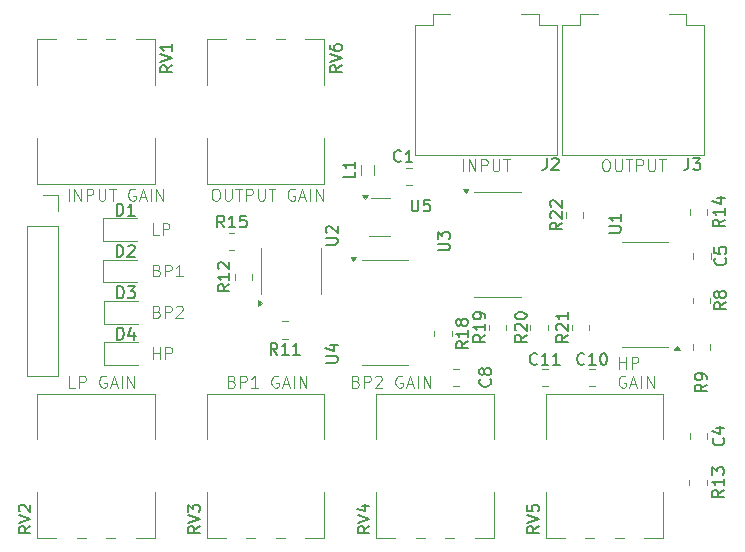
<source format=gbr>
%TF.GenerationSoftware,KiCad,Pcbnew,9.0.0*%
%TF.CreationDate,2025-05-14T01:56:31-07:00*%
%TF.ProjectId,ece223_project,65636532-3233-45f7-9072-6f6a6563742e,rev?*%
%TF.SameCoordinates,Original*%
%TF.FileFunction,Legend,Top*%
%TF.FilePolarity,Positive*%
%FSLAX46Y46*%
G04 Gerber Fmt 4.6, Leading zero omitted, Abs format (unit mm)*
G04 Created by KiCad (PCBNEW 9.0.0) date 2025-05-14 01:56:31*
%MOMM*%
%LPD*%
G01*
G04 APERTURE LIST*
%ADD10C,0.100000*%
%ADD11C,0.150000*%
%ADD12C,0.120000*%
G04 APERTURE END LIST*
D10*
X37328884Y-52957419D02*
X37328884Y-51957419D01*
X37328884Y-52433609D02*
X37900312Y-52433609D01*
X37900312Y-52957419D02*
X37900312Y-51957419D01*
X38376503Y-52957419D02*
X38376503Y-51957419D01*
X38376503Y-51957419D02*
X38757455Y-51957419D01*
X38757455Y-51957419D02*
X38852693Y-52005038D01*
X38852693Y-52005038D02*
X38900312Y-52052657D01*
X38900312Y-52052657D02*
X38947931Y-52147895D01*
X38947931Y-52147895D02*
X38947931Y-52290752D01*
X38947931Y-52290752D02*
X38900312Y-52385990D01*
X38900312Y-52385990D02*
X38852693Y-52433609D01*
X38852693Y-52433609D02*
X38757455Y-52481228D01*
X38757455Y-52481228D02*
X38376503Y-52481228D01*
X30196116Y-39542419D02*
X30196116Y-38542419D01*
X30672306Y-39542419D02*
X30672306Y-38542419D01*
X30672306Y-38542419D02*
X31243734Y-39542419D01*
X31243734Y-39542419D02*
X31243734Y-38542419D01*
X31719925Y-39542419D02*
X31719925Y-38542419D01*
X31719925Y-38542419D02*
X32100877Y-38542419D01*
X32100877Y-38542419D02*
X32196115Y-38590038D01*
X32196115Y-38590038D02*
X32243734Y-38637657D01*
X32243734Y-38637657D02*
X32291353Y-38732895D01*
X32291353Y-38732895D02*
X32291353Y-38875752D01*
X32291353Y-38875752D02*
X32243734Y-38970990D01*
X32243734Y-38970990D02*
X32196115Y-39018609D01*
X32196115Y-39018609D02*
X32100877Y-39066228D01*
X32100877Y-39066228D02*
X31719925Y-39066228D01*
X32719925Y-38542419D02*
X32719925Y-39351942D01*
X32719925Y-39351942D02*
X32767544Y-39447180D01*
X32767544Y-39447180D02*
X32815163Y-39494800D01*
X32815163Y-39494800D02*
X32910401Y-39542419D01*
X32910401Y-39542419D02*
X33100877Y-39542419D01*
X33100877Y-39542419D02*
X33196115Y-39494800D01*
X33196115Y-39494800D02*
X33243734Y-39447180D01*
X33243734Y-39447180D02*
X33291353Y-39351942D01*
X33291353Y-39351942D02*
X33291353Y-38542419D01*
X33624687Y-38542419D02*
X34196115Y-38542419D01*
X33910401Y-39542419D02*
X33910401Y-38542419D01*
X35815163Y-38590038D02*
X35719925Y-38542419D01*
X35719925Y-38542419D02*
X35577068Y-38542419D01*
X35577068Y-38542419D02*
X35434211Y-38590038D01*
X35434211Y-38590038D02*
X35338973Y-38685276D01*
X35338973Y-38685276D02*
X35291354Y-38780514D01*
X35291354Y-38780514D02*
X35243735Y-38970990D01*
X35243735Y-38970990D02*
X35243735Y-39113847D01*
X35243735Y-39113847D02*
X35291354Y-39304323D01*
X35291354Y-39304323D02*
X35338973Y-39399561D01*
X35338973Y-39399561D02*
X35434211Y-39494800D01*
X35434211Y-39494800D02*
X35577068Y-39542419D01*
X35577068Y-39542419D02*
X35672306Y-39542419D01*
X35672306Y-39542419D02*
X35815163Y-39494800D01*
X35815163Y-39494800D02*
X35862782Y-39447180D01*
X35862782Y-39447180D02*
X35862782Y-39113847D01*
X35862782Y-39113847D02*
X35672306Y-39113847D01*
X36243735Y-39256704D02*
X36719925Y-39256704D01*
X36148497Y-39542419D02*
X36481830Y-38542419D01*
X36481830Y-38542419D02*
X36815163Y-39542419D01*
X37148497Y-39542419D02*
X37148497Y-38542419D01*
X37624687Y-39542419D02*
X37624687Y-38542419D01*
X37624687Y-38542419D02*
X38196115Y-39542419D01*
X38196115Y-39542419D02*
X38196115Y-38542419D01*
X76803884Y-53762475D02*
X76803884Y-52762475D01*
X76803884Y-53238665D02*
X77375312Y-53238665D01*
X77375312Y-53762475D02*
X77375312Y-52762475D01*
X77851503Y-53762475D02*
X77851503Y-52762475D01*
X77851503Y-52762475D02*
X78232455Y-52762475D01*
X78232455Y-52762475D02*
X78327693Y-52810094D01*
X78327693Y-52810094D02*
X78375312Y-52857713D01*
X78375312Y-52857713D02*
X78422931Y-52952951D01*
X78422931Y-52952951D02*
X78422931Y-53095808D01*
X78422931Y-53095808D02*
X78375312Y-53191046D01*
X78375312Y-53191046D02*
X78327693Y-53238665D01*
X78327693Y-53238665D02*
X78232455Y-53286284D01*
X78232455Y-53286284D02*
X77851503Y-53286284D01*
X77327693Y-54420038D02*
X77232455Y-54372419D01*
X77232455Y-54372419D02*
X77089598Y-54372419D01*
X77089598Y-54372419D02*
X76946741Y-54420038D01*
X76946741Y-54420038D02*
X76851503Y-54515276D01*
X76851503Y-54515276D02*
X76803884Y-54610514D01*
X76803884Y-54610514D02*
X76756265Y-54800990D01*
X76756265Y-54800990D02*
X76756265Y-54943847D01*
X76756265Y-54943847D02*
X76803884Y-55134323D01*
X76803884Y-55134323D02*
X76851503Y-55229561D01*
X76851503Y-55229561D02*
X76946741Y-55324800D01*
X76946741Y-55324800D02*
X77089598Y-55372419D01*
X77089598Y-55372419D02*
X77184836Y-55372419D01*
X77184836Y-55372419D02*
X77327693Y-55324800D01*
X77327693Y-55324800D02*
X77375312Y-55277180D01*
X77375312Y-55277180D02*
X77375312Y-54943847D01*
X77375312Y-54943847D02*
X77184836Y-54943847D01*
X77756265Y-55086704D02*
X78232455Y-55086704D01*
X77661027Y-55372419D02*
X77994360Y-54372419D01*
X77994360Y-54372419D02*
X78327693Y-55372419D01*
X78661027Y-55372419D02*
X78661027Y-54372419D01*
X79137217Y-55372419D02*
X79137217Y-54372419D01*
X79137217Y-54372419D02*
X79708645Y-55372419D01*
X79708645Y-55372419D02*
X79708645Y-54372419D01*
X37805074Y-42457419D02*
X37328884Y-42457419D01*
X37328884Y-42457419D02*
X37328884Y-41457419D01*
X38138408Y-42457419D02*
X38138408Y-41457419D01*
X38138408Y-41457419D02*
X38519360Y-41457419D01*
X38519360Y-41457419D02*
X38614598Y-41505038D01*
X38614598Y-41505038D02*
X38662217Y-41552657D01*
X38662217Y-41552657D02*
X38709836Y-41647895D01*
X38709836Y-41647895D02*
X38709836Y-41790752D01*
X38709836Y-41790752D02*
X38662217Y-41885990D01*
X38662217Y-41885990D02*
X38614598Y-41933609D01*
X38614598Y-41933609D02*
X38519360Y-41981228D01*
X38519360Y-41981228D02*
X38138408Y-41981228D01*
X54523809Y-54848609D02*
X54666666Y-54896228D01*
X54666666Y-54896228D02*
X54714285Y-54943847D01*
X54714285Y-54943847D02*
X54761904Y-55039085D01*
X54761904Y-55039085D02*
X54761904Y-55181942D01*
X54761904Y-55181942D02*
X54714285Y-55277180D01*
X54714285Y-55277180D02*
X54666666Y-55324800D01*
X54666666Y-55324800D02*
X54571428Y-55372419D01*
X54571428Y-55372419D02*
X54190476Y-55372419D01*
X54190476Y-55372419D02*
X54190476Y-54372419D01*
X54190476Y-54372419D02*
X54523809Y-54372419D01*
X54523809Y-54372419D02*
X54619047Y-54420038D01*
X54619047Y-54420038D02*
X54666666Y-54467657D01*
X54666666Y-54467657D02*
X54714285Y-54562895D01*
X54714285Y-54562895D02*
X54714285Y-54658133D01*
X54714285Y-54658133D02*
X54666666Y-54753371D01*
X54666666Y-54753371D02*
X54619047Y-54800990D01*
X54619047Y-54800990D02*
X54523809Y-54848609D01*
X54523809Y-54848609D02*
X54190476Y-54848609D01*
X55190476Y-55372419D02*
X55190476Y-54372419D01*
X55190476Y-54372419D02*
X55571428Y-54372419D01*
X55571428Y-54372419D02*
X55666666Y-54420038D01*
X55666666Y-54420038D02*
X55714285Y-54467657D01*
X55714285Y-54467657D02*
X55761904Y-54562895D01*
X55761904Y-54562895D02*
X55761904Y-54705752D01*
X55761904Y-54705752D02*
X55714285Y-54800990D01*
X55714285Y-54800990D02*
X55666666Y-54848609D01*
X55666666Y-54848609D02*
X55571428Y-54896228D01*
X55571428Y-54896228D02*
X55190476Y-54896228D01*
X56142857Y-54467657D02*
X56190476Y-54420038D01*
X56190476Y-54420038D02*
X56285714Y-54372419D01*
X56285714Y-54372419D02*
X56523809Y-54372419D01*
X56523809Y-54372419D02*
X56619047Y-54420038D01*
X56619047Y-54420038D02*
X56666666Y-54467657D01*
X56666666Y-54467657D02*
X56714285Y-54562895D01*
X56714285Y-54562895D02*
X56714285Y-54658133D01*
X56714285Y-54658133D02*
X56666666Y-54800990D01*
X56666666Y-54800990D02*
X56095238Y-55372419D01*
X56095238Y-55372419D02*
X56714285Y-55372419D01*
X58428571Y-54420038D02*
X58333333Y-54372419D01*
X58333333Y-54372419D02*
X58190476Y-54372419D01*
X58190476Y-54372419D02*
X58047619Y-54420038D01*
X58047619Y-54420038D02*
X57952381Y-54515276D01*
X57952381Y-54515276D02*
X57904762Y-54610514D01*
X57904762Y-54610514D02*
X57857143Y-54800990D01*
X57857143Y-54800990D02*
X57857143Y-54943847D01*
X57857143Y-54943847D02*
X57904762Y-55134323D01*
X57904762Y-55134323D02*
X57952381Y-55229561D01*
X57952381Y-55229561D02*
X58047619Y-55324800D01*
X58047619Y-55324800D02*
X58190476Y-55372419D01*
X58190476Y-55372419D02*
X58285714Y-55372419D01*
X58285714Y-55372419D02*
X58428571Y-55324800D01*
X58428571Y-55324800D02*
X58476190Y-55277180D01*
X58476190Y-55277180D02*
X58476190Y-54943847D01*
X58476190Y-54943847D02*
X58285714Y-54943847D01*
X58857143Y-55086704D02*
X59333333Y-55086704D01*
X58761905Y-55372419D02*
X59095238Y-54372419D01*
X59095238Y-54372419D02*
X59428571Y-55372419D01*
X59761905Y-55372419D02*
X59761905Y-54372419D01*
X60238095Y-55372419D02*
X60238095Y-54372419D01*
X60238095Y-54372419D02*
X60809523Y-55372419D01*
X60809523Y-55372419D02*
X60809523Y-54372419D01*
X75595238Y-36042419D02*
X75785714Y-36042419D01*
X75785714Y-36042419D02*
X75880952Y-36090038D01*
X75880952Y-36090038D02*
X75976190Y-36185276D01*
X75976190Y-36185276D02*
X76023809Y-36375752D01*
X76023809Y-36375752D02*
X76023809Y-36709085D01*
X76023809Y-36709085D02*
X75976190Y-36899561D01*
X75976190Y-36899561D02*
X75880952Y-36994800D01*
X75880952Y-36994800D02*
X75785714Y-37042419D01*
X75785714Y-37042419D02*
X75595238Y-37042419D01*
X75595238Y-37042419D02*
X75500000Y-36994800D01*
X75500000Y-36994800D02*
X75404762Y-36899561D01*
X75404762Y-36899561D02*
X75357143Y-36709085D01*
X75357143Y-36709085D02*
X75357143Y-36375752D01*
X75357143Y-36375752D02*
X75404762Y-36185276D01*
X75404762Y-36185276D02*
X75500000Y-36090038D01*
X75500000Y-36090038D02*
X75595238Y-36042419D01*
X76452381Y-36042419D02*
X76452381Y-36851942D01*
X76452381Y-36851942D02*
X76500000Y-36947180D01*
X76500000Y-36947180D02*
X76547619Y-36994800D01*
X76547619Y-36994800D02*
X76642857Y-37042419D01*
X76642857Y-37042419D02*
X76833333Y-37042419D01*
X76833333Y-37042419D02*
X76928571Y-36994800D01*
X76928571Y-36994800D02*
X76976190Y-36947180D01*
X76976190Y-36947180D02*
X77023809Y-36851942D01*
X77023809Y-36851942D02*
X77023809Y-36042419D01*
X77357143Y-36042419D02*
X77928571Y-36042419D01*
X77642857Y-37042419D02*
X77642857Y-36042419D01*
X78261905Y-37042419D02*
X78261905Y-36042419D01*
X78261905Y-36042419D02*
X78642857Y-36042419D01*
X78642857Y-36042419D02*
X78738095Y-36090038D01*
X78738095Y-36090038D02*
X78785714Y-36137657D01*
X78785714Y-36137657D02*
X78833333Y-36232895D01*
X78833333Y-36232895D02*
X78833333Y-36375752D01*
X78833333Y-36375752D02*
X78785714Y-36470990D01*
X78785714Y-36470990D02*
X78738095Y-36518609D01*
X78738095Y-36518609D02*
X78642857Y-36566228D01*
X78642857Y-36566228D02*
X78261905Y-36566228D01*
X79261905Y-36042419D02*
X79261905Y-36851942D01*
X79261905Y-36851942D02*
X79309524Y-36947180D01*
X79309524Y-36947180D02*
X79357143Y-36994800D01*
X79357143Y-36994800D02*
X79452381Y-37042419D01*
X79452381Y-37042419D02*
X79642857Y-37042419D01*
X79642857Y-37042419D02*
X79738095Y-36994800D01*
X79738095Y-36994800D02*
X79785714Y-36947180D01*
X79785714Y-36947180D02*
X79833333Y-36851942D01*
X79833333Y-36851942D02*
X79833333Y-36042419D01*
X80166667Y-36042419D02*
X80738095Y-36042419D01*
X80452381Y-37042419D02*
X80452381Y-36042419D01*
X44023809Y-54848609D02*
X44166666Y-54896228D01*
X44166666Y-54896228D02*
X44214285Y-54943847D01*
X44214285Y-54943847D02*
X44261904Y-55039085D01*
X44261904Y-55039085D02*
X44261904Y-55181942D01*
X44261904Y-55181942D02*
X44214285Y-55277180D01*
X44214285Y-55277180D02*
X44166666Y-55324800D01*
X44166666Y-55324800D02*
X44071428Y-55372419D01*
X44071428Y-55372419D02*
X43690476Y-55372419D01*
X43690476Y-55372419D02*
X43690476Y-54372419D01*
X43690476Y-54372419D02*
X44023809Y-54372419D01*
X44023809Y-54372419D02*
X44119047Y-54420038D01*
X44119047Y-54420038D02*
X44166666Y-54467657D01*
X44166666Y-54467657D02*
X44214285Y-54562895D01*
X44214285Y-54562895D02*
X44214285Y-54658133D01*
X44214285Y-54658133D02*
X44166666Y-54753371D01*
X44166666Y-54753371D02*
X44119047Y-54800990D01*
X44119047Y-54800990D02*
X44023809Y-54848609D01*
X44023809Y-54848609D02*
X43690476Y-54848609D01*
X44690476Y-55372419D02*
X44690476Y-54372419D01*
X44690476Y-54372419D02*
X45071428Y-54372419D01*
X45071428Y-54372419D02*
X45166666Y-54420038D01*
X45166666Y-54420038D02*
X45214285Y-54467657D01*
X45214285Y-54467657D02*
X45261904Y-54562895D01*
X45261904Y-54562895D02*
X45261904Y-54705752D01*
X45261904Y-54705752D02*
X45214285Y-54800990D01*
X45214285Y-54800990D02*
X45166666Y-54848609D01*
X45166666Y-54848609D02*
X45071428Y-54896228D01*
X45071428Y-54896228D02*
X44690476Y-54896228D01*
X46214285Y-55372419D02*
X45642857Y-55372419D01*
X45928571Y-55372419D02*
X45928571Y-54372419D01*
X45928571Y-54372419D02*
X45833333Y-54515276D01*
X45833333Y-54515276D02*
X45738095Y-54610514D01*
X45738095Y-54610514D02*
X45642857Y-54658133D01*
X47928571Y-54420038D02*
X47833333Y-54372419D01*
X47833333Y-54372419D02*
X47690476Y-54372419D01*
X47690476Y-54372419D02*
X47547619Y-54420038D01*
X47547619Y-54420038D02*
X47452381Y-54515276D01*
X47452381Y-54515276D02*
X47404762Y-54610514D01*
X47404762Y-54610514D02*
X47357143Y-54800990D01*
X47357143Y-54800990D02*
X47357143Y-54943847D01*
X47357143Y-54943847D02*
X47404762Y-55134323D01*
X47404762Y-55134323D02*
X47452381Y-55229561D01*
X47452381Y-55229561D02*
X47547619Y-55324800D01*
X47547619Y-55324800D02*
X47690476Y-55372419D01*
X47690476Y-55372419D02*
X47785714Y-55372419D01*
X47785714Y-55372419D02*
X47928571Y-55324800D01*
X47928571Y-55324800D02*
X47976190Y-55277180D01*
X47976190Y-55277180D02*
X47976190Y-54943847D01*
X47976190Y-54943847D02*
X47785714Y-54943847D01*
X48357143Y-55086704D02*
X48833333Y-55086704D01*
X48261905Y-55372419D02*
X48595238Y-54372419D01*
X48595238Y-54372419D02*
X48928571Y-55372419D01*
X49261905Y-55372419D02*
X49261905Y-54372419D01*
X49738095Y-55372419D02*
X49738095Y-54372419D01*
X49738095Y-54372419D02*
X50309523Y-55372419D01*
X50309523Y-55372419D02*
X50309523Y-54372419D01*
X37662217Y-48933609D02*
X37805074Y-48981228D01*
X37805074Y-48981228D02*
X37852693Y-49028847D01*
X37852693Y-49028847D02*
X37900312Y-49124085D01*
X37900312Y-49124085D02*
X37900312Y-49266942D01*
X37900312Y-49266942D02*
X37852693Y-49362180D01*
X37852693Y-49362180D02*
X37805074Y-49409800D01*
X37805074Y-49409800D02*
X37709836Y-49457419D01*
X37709836Y-49457419D02*
X37328884Y-49457419D01*
X37328884Y-49457419D02*
X37328884Y-48457419D01*
X37328884Y-48457419D02*
X37662217Y-48457419D01*
X37662217Y-48457419D02*
X37757455Y-48505038D01*
X37757455Y-48505038D02*
X37805074Y-48552657D01*
X37805074Y-48552657D02*
X37852693Y-48647895D01*
X37852693Y-48647895D02*
X37852693Y-48743133D01*
X37852693Y-48743133D02*
X37805074Y-48838371D01*
X37805074Y-48838371D02*
X37757455Y-48885990D01*
X37757455Y-48885990D02*
X37662217Y-48933609D01*
X37662217Y-48933609D02*
X37328884Y-48933609D01*
X38328884Y-49457419D02*
X38328884Y-48457419D01*
X38328884Y-48457419D02*
X38709836Y-48457419D01*
X38709836Y-48457419D02*
X38805074Y-48505038D01*
X38805074Y-48505038D02*
X38852693Y-48552657D01*
X38852693Y-48552657D02*
X38900312Y-48647895D01*
X38900312Y-48647895D02*
X38900312Y-48790752D01*
X38900312Y-48790752D02*
X38852693Y-48885990D01*
X38852693Y-48885990D02*
X38805074Y-48933609D01*
X38805074Y-48933609D02*
X38709836Y-48981228D01*
X38709836Y-48981228D02*
X38328884Y-48981228D01*
X39281265Y-48552657D02*
X39328884Y-48505038D01*
X39328884Y-48505038D02*
X39424122Y-48457419D01*
X39424122Y-48457419D02*
X39662217Y-48457419D01*
X39662217Y-48457419D02*
X39757455Y-48505038D01*
X39757455Y-48505038D02*
X39805074Y-48552657D01*
X39805074Y-48552657D02*
X39852693Y-48647895D01*
X39852693Y-48647895D02*
X39852693Y-48743133D01*
X39852693Y-48743133D02*
X39805074Y-48885990D01*
X39805074Y-48885990D02*
X39233646Y-49457419D01*
X39233646Y-49457419D02*
X39852693Y-49457419D01*
X63571429Y-37042419D02*
X63571429Y-36042419D01*
X64047619Y-37042419D02*
X64047619Y-36042419D01*
X64047619Y-36042419D02*
X64619047Y-37042419D01*
X64619047Y-37042419D02*
X64619047Y-36042419D01*
X65095238Y-37042419D02*
X65095238Y-36042419D01*
X65095238Y-36042419D02*
X65476190Y-36042419D01*
X65476190Y-36042419D02*
X65571428Y-36090038D01*
X65571428Y-36090038D02*
X65619047Y-36137657D01*
X65619047Y-36137657D02*
X65666666Y-36232895D01*
X65666666Y-36232895D02*
X65666666Y-36375752D01*
X65666666Y-36375752D02*
X65619047Y-36470990D01*
X65619047Y-36470990D02*
X65571428Y-36518609D01*
X65571428Y-36518609D02*
X65476190Y-36566228D01*
X65476190Y-36566228D02*
X65095238Y-36566228D01*
X66095238Y-36042419D02*
X66095238Y-36851942D01*
X66095238Y-36851942D02*
X66142857Y-36947180D01*
X66142857Y-36947180D02*
X66190476Y-36994800D01*
X66190476Y-36994800D02*
X66285714Y-37042419D01*
X66285714Y-37042419D02*
X66476190Y-37042419D01*
X66476190Y-37042419D02*
X66571428Y-36994800D01*
X66571428Y-36994800D02*
X66619047Y-36947180D01*
X66619047Y-36947180D02*
X66666666Y-36851942D01*
X66666666Y-36851942D02*
X66666666Y-36042419D01*
X67000000Y-36042419D02*
X67571428Y-36042419D01*
X67285714Y-37042419D02*
X67285714Y-36042419D01*
X30738095Y-55372419D02*
X30261905Y-55372419D01*
X30261905Y-55372419D02*
X30261905Y-54372419D01*
X31071429Y-55372419D02*
X31071429Y-54372419D01*
X31071429Y-54372419D02*
X31452381Y-54372419D01*
X31452381Y-54372419D02*
X31547619Y-54420038D01*
X31547619Y-54420038D02*
X31595238Y-54467657D01*
X31595238Y-54467657D02*
X31642857Y-54562895D01*
X31642857Y-54562895D02*
X31642857Y-54705752D01*
X31642857Y-54705752D02*
X31595238Y-54800990D01*
X31595238Y-54800990D02*
X31547619Y-54848609D01*
X31547619Y-54848609D02*
X31452381Y-54896228D01*
X31452381Y-54896228D02*
X31071429Y-54896228D01*
X33357143Y-54420038D02*
X33261905Y-54372419D01*
X33261905Y-54372419D02*
X33119048Y-54372419D01*
X33119048Y-54372419D02*
X32976191Y-54420038D01*
X32976191Y-54420038D02*
X32880953Y-54515276D01*
X32880953Y-54515276D02*
X32833334Y-54610514D01*
X32833334Y-54610514D02*
X32785715Y-54800990D01*
X32785715Y-54800990D02*
X32785715Y-54943847D01*
X32785715Y-54943847D02*
X32833334Y-55134323D01*
X32833334Y-55134323D02*
X32880953Y-55229561D01*
X32880953Y-55229561D02*
X32976191Y-55324800D01*
X32976191Y-55324800D02*
X33119048Y-55372419D01*
X33119048Y-55372419D02*
X33214286Y-55372419D01*
X33214286Y-55372419D02*
X33357143Y-55324800D01*
X33357143Y-55324800D02*
X33404762Y-55277180D01*
X33404762Y-55277180D02*
X33404762Y-54943847D01*
X33404762Y-54943847D02*
X33214286Y-54943847D01*
X33785715Y-55086704D02*
X34261905Y-55086704D01*
X33690477Y-55372419D02*
X34023810Y-54372419D01*
X34023810Y-54372419D02*
X34357143Y-55372419D01*
X34690477Y-55372419D02*
X34690477Y-54372419D01*
X35166667Y-55372419D02*
X35166667Y-54372419D01*
X35166667Y-54372419D02*
X35738095Y-55372419D01*
X35738095Y-55372419D02*
X35738095Y-54372419D01*
X37662217Y-45433609D02*
X37805074Y-45481228D01*
X37805074Y-45481228D02*
X37852693Y-45528847D01*
X37852693Y-45528847D02*
X37900312Y-45624085D01*
X37900312Y-45624085D02*
X37900312Y-45766942D01*
X37900312Y-45766942D02*
X37852693Y-45862180D01*
X37852693Y-45862180D02*
X37805074Y-45909800D01*
X37805074Y-45909800D02*
X37709836Y-45957419D01*
X37709836Y-45957419D02*
X37328884Y-45957419D01*
X37328884Y-45957419D02*
X37328884Y-44957419D01*
X37328884Y-44957419D02*
X37662217Y-44957419D01*
X37662217Y-44957419D02*
X37757455Y-45005038D01*
X37757455Y-45005038D02*
X37805074Y-45052657D01*
X37805074Y-45052657D02*
X37852693Y-45147895D01*
X37852693Y-45147895D02*
X37852693Y-45243133D01*
X37852693Y-45243133D02*
X37805074Y-45338371D01*
X37805074Y-45338371D02*
X37757455Y-45385990D01*
X37757455Y-45385990D02*
X37662217Y-45433609D01*
X37662217Y-45433609D02*
X37328884Y-45433609D01*
X38328884Y-45957419D02*
X38328884Y-44957419D01*
X38328884Y-44957419D02*
X38709836Y-44957419D01*
X38709836Y-44957419D02*
X38805074Y-45005038D01*
X38805074Y-45005038D02*
X38852693Y-45052657D01*
X38852693Y-45052657D02*
X38900312Y-45147895D01*
X38900312Y-45147895D02*
X38900312Y-45290752D01*
X38900312Y-45290752D02*
X38852693Y-45385990D01*
X38852693Y-45385990D02*
X38805074Y-45433609D01*
X38805074Y-45433609D02*
X38709836Y-45481228D01*
X38709836Y-45481228D02*
X38328884Y-45481228D01*
X39852693Y-45957419D02*
X39281265Y-45957419D01*
X39566979Y-45957419D02*
X39566979Y-44957419D01*
X39566979Y-44957419D02*
X39471741Y-45100276D01*
X39471741Y-45100276D02*
X39376503Y-45195514D01*
X39376503Y-45195514D02*
X39281265Y-45243133D01*
X42553258Y-38542419D02*
X42743734Y-38542419D01*
X42743734Y-38542419D02*
X42838972Y-38590038D01*
X42838972Y-38590038D02*
X42934210Y-38685276D01*
X42934210Y-38685276D02*
X42981829Y-38875752D01*
X42981829Y-38875752D02*
X42981829Y-39209085D01*
X42981829Y-39209085D02*
X42934210Y-39399561D01*
X42934210Y-39399561D02*
X42838972Y-39494800D01*
X42838972Y-39494800D02*
X42743734Y-39542419D01*
X42743734Y-39542419D02*
X42553258Y-39542419D01*
X42553258Y-39542419D02*
X42458020Y-39494800D01*
X42458020Y-39494800D02*
X42362782Y-39399561D01*
X42362782Y-39399561D02*
X42315163Y-39209085D01*
X42315163Y-39209085D02*
X42315163Y-38875752D01*
X42315163Y-38875752D02*
X42362782Y-38685276D01*
X42362782Y-38685276D02*
X42458020Y-38590038D01*
X42458020Y-38590038D02*
X42553258Y-38542419D01*
X43410401Y-38542419D02*
X43410401Y-39351942D01*
X43410401Y-39351942D02*
X43458020Y-39447180D01*
X43458020Y-39447180D02*
X43505639Y-39494800D01*
X43505639Y-39494800D02*
X43600877Y-39542419D01*
X43600877Y-39542419D02*
X43791353Y-39542419D01*
X43791353Y-39542419D02*
X43886591Y-39494800D01*
X43886591Y-39494800D02*
X43934210Y-39447180D01*
X43934210Y-39447180D02*
X43981829Y-39351942D01*
X43981829Y-39351942D02*
X43981829Y-38542419D01*
X44315163Y-38542419D02*
X44886591Y-38542419D01*
X44600877Y-39542419D02*
X44600877Y-38542419D01*
X45219925Y-39542419D02*
X45219925Y-38542419D01*
X45219925Y-38542419D02*
X45600877Y-38542419D01*
X45600877Y-38542419D02*
X45696115Y-38590038D01*
X45696115Y-38590038D02*
X45743734Y-38637657D01*
X45743734Y-38637657D02*
X45791353Y-38732895D01*
X45791353Y-38732895D02*
X45791353Y-38875752D01*
X45791353Y-38875752D02*
X45743734Y-38970990D01*
X45743734Y-38970990D02*
X45696115Y-39018609D01*
X45696115Y-39018609D02*
X45600877Y-39066228D01*
X45600877Y-39066228D02*
X45219925Y-39066228D01*
X46219925Y-38542419D02*
X46219925Y-39351942D01*
X46219925Y-39351942D02*
X46267544Y-39447180D01*
X46267544Y-39447180D02*
X46315163Y-39494800D01*
X46315163Y-39494800D02*
X46410401Y-39542419D01*
X46410401Y-39542419D02*
X46600877Y-39542419D01*
X46600877Y-39542419D02*
X46696115Y-39494800D01*
X46696115Y-39494800D02*
X46743734Y-39447180D01*
X46743734Y-39447180D02*
X46791353Y-39351942D01*
X46791353Y-39351942D02*
X46791353Y-38542419D01*
X47124687Y-38542419D02*
X47696115Y-38542419D01*
X47410401Y-39542419D02*
X47410401Y-38542419D01*
X49315163Y-38590038D02*
X49219925Y-38542419D01*
X49219925Y-38542419D02*
X49077068Y-38542419D01*
X49077068Y-38542419D02*
X48934211Y-38590038D01*
X48934211Y-38590038D02*
X48838973Y-38685276D01*
X48838973Y-38685276D02*
X48791354Y-38780514D01*
X48791354Y-38780514D02*
X48743735Y-38970990D01*
X48743735Y-38970990D02*
X48743735Y-39113847D01*
X48743735Y-39113847D02*
X48791354Y-39304323D01*
X48791354Y-39304323D02*
X48838973Y-39399561D01*
X48838973Y-39399561D02*
X48934211Y-39494800D01*
X48934211Y-39494800D02*
X49077068Y-39542419D01*
X49077068Y-39542419D02*
X49172306Y-39542419D01*
X49172306Y-39542419D02*
X49315163Y-39494800D01*
X49315163Y-39494800D02*
X49362782Y-39447180D01*
X49362782Y-39447180D02*
X49362782Y-39113847D01*
X49362782Y-39113847D02*
X49172306Y-39113847D01*
X49743735Y-39256704D02*
X50219925Y-39256704D01*
X49648497Y-39542419D02*
X49981830Y-38542419D01*
X49981830Y-38542419D02*
X50315163Y-39542419D01*
X50648497Y-39542419D02*
X50648497Y-38542419D01*
X51124687Y-39542419D02*
X51124687Y-38542419D01*
X51124687Y-38542419D02*
X51696115Y-39542419D01*
X51696115Y-39542419D02*
X51696115Y-38542419D01*
D11*
X70666666Y-35954819D02*
X70666666Y-36669104D01*
X70666666Y-36669104D02*
X70619047Y-36811961D01*
X70619047Y-36811961D02*
X70523809Y-36907200D01*
X70523809Y-36907200D02*
X70380952Y-36954819D01*
X70380952Y-36954819D02*
X70285714Y-36954819D01*
X71095238Y-36050057D02*
X71142857Y-36002438D01*
X71142857Y-36002438D02*
X71238095Y-35954819D01*
X71238095Y-35954819D02*
X71476190Y-35954819D01*
X71476190Y-35954819D02*
X71571428Y-36002438D01*
X71571428Y-36002438D02*
X71619047Y-36050057D01*
X71619047Y-36050057D02*
X71666666Y-36145295D01*
X71666666Y-36145295D02*
X71666666Y-36240533D01*
X71666666Y-36240533D02*
X71619047Y-36383390D01*
X71619047Y-36383390D02*
X71047619Y-36954819D01*
X71047619Y-36954819D02*
X71666666Y-36954819D01*
X34286905Y-51304819D02*
X34286905Y-50304819D01*
X34286905Y-50304819D02*
X34525000Y-50304819D01*
X34525000Y-50304819D02*
X34667857Y-50352438D01*
X34667857Y-50352438D02*
X34763095Y-50447676D01*
X34763095Y-50447676D02*
X34810714Y-50542914D01*
X34810714Y-50542914D02*
X34858333Y-50733390D01*
X34858333Y-50733390D02*
X34858333Y-50876247D01*
X34858333Y-50876247D02*
X34810714Y-51066723D01*
X34810714Y-51066723D02*
X34763095Y-51161961D01*
X34763095Y-51161961D02*
X34667857Y-51257200D01*
X34667857Y-51257200D02*
X34525000Y-51304819D01*
X34525000Y-51304819D02*
X34286905Y-51304819D01*
X35715476Y-50638152D02*
X35715476Y-51304819D01*
X35477381Y-50257200D02*
X35239286Y-50971485D01*
X35239286Y-50971485D02*
X35858333Y-50971485D01*
X34261905Y-44304819D02*
X34261905Y-43304819D01*
X34261905Y-43304819D02*
X34500000Y-43304819D01*
X34500000Y-43304819D02*
X34642857Y-43352438D01*
X34642857Y-43352438D02*
X34738095Y-43447676D01*
X34738095Y-43447676D02*
X34785714Y-43542914D01*
X34785714Y-43542914D02*
X34833333Y-43733390D01*
X34833333Y-43733390D02*
X34833333Y-43876247D01*
X34833333Y-43876247D02*
X34785714Y-44066723D01*
X34785714Y-44066723D02*
X34738095Y-44161961D01*
X34738095Y-44161961D02*
X34642857Y-44257200D01*
X34642857Y-44257200D02*
X34500000Y-44304819D01*
X34500000Y-44304819D02*
X34261905Y-44304819D01*
X35214286Y-43400057D02*
X35261905Y-43352438D01*
X35261905Y-43352438D02*
X35357143Y-43304819D01*
X35357143Y-43304819D02*
X35595238Y-43304819D01*
X35595238Y-43304819D02*
X35690476Y-43352438D01*
X35690476Y-43352438D02*
X35738095Y-43400057D01*
X35738095Y-43400057D02*
X35785714Y-43495295D01*
X35785714Y-43495295D02*
X35785714Y-43590533D01*
X35785714Y-43590533D02*
X35738095Y-43733390D01*
X35738095Y-43733390D02*
X35166667Y-44304819D01*
X35166667Y-44304819D02*
X35785714Y-44304819D01*
X65859580Y-54666666D02*
X65907200Y-54714285D01*
X65907200Y-54714285D02*
X65954819Y-54857142D01*
X65954819Y-54857142D02*
X65954819Y-54952380D01*
X65954819Y-54952380D02*
X65907200Y-55095237D01*
X65907200Y-55095237D02*
X65811961Y-55190475D01*
X65811961Y-55190475D02*
X65716723Y-55238094D01*
X65716723Y-55238094D02*
X65526247Y-55285713D01*
X65526247Y-55285713D02*
X65383390Y-55285713D01*
X65383390Y-55285713D02*
X65192914Y-55238094D01*
X65192914Y-55238094D02*
X65097676Y-55190475D01*
X65097676Y-55190475D02*
X65002438Y-55095237D01*
X65002438Y-55095237D02*
X64954819Y-54952380D01*
X64954819Y-54952380D02*
X64954819Y-54857142D01*
X64954819Y-54857142D02*
X65002438Y-54714285D01*
X65002438Y-54714285D02*
X65050057Y-54666666D01*
X65383390Y-54095237D02*
X65335771Y-54190475D01*
X65335771Y-54190475D02*
X65288152Y-54238094D01*
X65288152Y-54238094D02*
X65192914Y-54285713D01*
X65192914Y-54285713D02*
X65145295Y-54285713D01*
X65145295Y-54285713D02*
X65050057Y-54238094D01*
X65050057Y-54238094D02*
X65002438Y-54190475D01*
X65002438Y-54190475D02*
X64954819Y-54095237D01*
X64954819Y-54095237D02*
X64954819Y-53904761D01*
X64954819Y-53904761D02*
X65002438Y-53809523D01*
X65002438Y-53809523D02*
X65050057Y-53761904D01*
X65050057Y-53761904D02*
X65145295Y-53714285D01*
X65145295Y-53714285D02*
X65192914Y-53714285D01*
X65192914Y-53714285D02*
X65288152Y-53761904D01*
X65288152Y-53761904D02*
X65335771Y-53809523D01*
X65335771Y-53809523D02*
X65383390Y-53904761D01*
X65383390Y-53904761D02*
X65383390Y-54095237D01*
X65383390Y-54095237D02*
X65431009Y-54190475D01*
X65431009Y-54190475D02*
X65478628Y-54238094D01*
X65478628Y-54238094D02*
X65573866Y-54285713D01*
X65573866Y-54285713D02*
X65764342Y-54285713D01*
X65764342Y-54285713D02*
X65859580Y-54238094D01*
X65859580Y-54238094D02*
X65907200Y-54190475D01*
X65907200Y-54190475D02*
X65954819Y-54095237D01*
X65954819Y-54095237D02*
X65954819Y-53904761D01*
X65954819Y-53904761D02*
X65907200Y-53809523D01*
X65907200Y-53809523D02*
X65859580Y-53761904D01*
X65859580Y-53761904D02*
X65764342Y-53714285D01*
X65764342Y-53714285D02*
X65573866Y-53714285D01*
X65573866Y-53714285D02*
X65478628Y-53761904D01*
X65478628Y-53761904D02*
X65431009Y-53809523D01*
X65431009Y-53809523D02*
X65383390Y-53904761D01*
X54404819Y-37104166D02*
X54404819Y-37580356D01*
X54404819Y-37580356D02*
X53404819Y-37580356D01*
X54404819Y-36247023D02*
X54404819Y-36818451D01*
X54404819Y-36532737D02*
X53404819Y-36532737D01*
X53404819Y-36532737D02*
X53547676Y-36627975D01*
X53547676Y-36627975D02*
X53642914Y-36723213D01*
X53642914Y-36723213D02*
X53690533Y-36818451D01*
X51954819Y-53261904D02*
X52764342Y-53261904D01*
X52764342Y-53261904D02*
X52859580Y-53214285D01*
X52859580Y-53214285D02*
X52907200Y-53166666D01*
X52907200Y-53166666D02*
X52954819Y-53071428D01*
X52954819Y-53071428D02*
X52954819Y-52880952D01*
X52954819Y-52880952D02*
X52907200Y-52785714D01*
X52907200Y-52785714D02*
X52859580Y-52738095D01*
X52859580Y-52738095D02*
X52764342Y-52690476D01*
X52764342Y-52690476D02*
X51954819Y-52690476D01*
X52288152Y-51785714D02*
X52954819Y-51785714D01*
X51907200Y-52023809D02*
X52621485Y-52261904D01*
X52621485Y-52261904D02*
X52621485Y-51642857D01*
X59238095Y-39454819D02*
X59238095Y-40264342D01*
X59238095Y-40264342D02*
X59285714Y-40359580D01*
X59285714Y-40359580D02*
X59333333Y-40407200D01*
X59333333Y-40407200D02*
X59428571Y-40454819D01*
X59428571Y-40454819D02*
X59619047Y-40454819D01*
X59619047Y-40454819D02*
X59714285Y-40407200D01*
X59714285Y-40407200D02*
X59761904Y-40359580D01*
X59761904Y-40359580D02*
X59809523Y-40264342D01*
X59809523Y-40264342D02*
X59809523Y-39454819D01*
X60761904Y-39454819D02*
X60285714Y-39454819D01*
X60285714Y-39454819D02*
X60238095Y-39931009D01*
X60238095Y-39931009D02*
X60285714Y-39883390D01*
X60285714Y-39883390D02*
X60380952Y-39835771D01*
X60380952Y-39835771D02*
X60619047Y-39835771D01*
X60619047Y-39835771D02*
X60714285Y-39883390D01*
X60714285Y-39883390D02*
X60761904Y-39931009D01*
X60761904Y-39931009D02*
X60809523Y-40026247D01*
X60809523Y-40026247D02*
X60809523Y-40264342D01*
X60809523Y-40264342D02*
X60761904Y-40359580D01*
X60761904Y-40359580D02*
X60714285Y-40407200D01*
X60714285Y-40407200D02*
X60619047Y-40454819D01*
X60619047Y-40454819D02*
X60380952Y-40454819D01*
X60380952Y-40454819D02*
X60285714Y-40407200D01*
X60285714Y-40407200D02*
X60238095Y-40359580D01*
X69857142Y-53359580D02*
X69809523Y-53407200D01*
X69809523Y-53407200D02*
X69666666Y-53454819D01*
X69666666Y-53454819D02*
X69571428Y-53454819D01*
X69571428Y-53454819D02*
X69428571Y-53407200D01*
X69428571Y-53407200D02*
X69333333Y-53311961D01*
X69333333Y-53311961D02*
X69285714Y-53216723D01*
X69285714Y-53216723D02*
X69238095Y-53026247D01*
X69238095Y-53026247D02*
X69238095Y-52883390D01*
X69238095Y-52883390D02*
X69285714Y-52692914D01*
X69285714Y-52692914D02*
X69333333Y-52597676D01*
X69333333Y-52597676D02*
X69428571Y-52502438D01*
X69428571Y-52502438D02*
X69571428Y-52454819D01*
X69571428Y-52454819D02*
X69666666Y-52454819D01*
X69666666Y-52454819D02*
X69809523Y-52502438D01*
X69809523Y-52502438D02*
X69857142Y-52550057D01*
X70809523Y-53454819D02*
X70238095Y-53454819D01*
X70523809Y-53454819D02*
X70523809Y-52454819D01*
X70523809Y-52454819D02*
X70428571Y-52597676D01*
X70428571Y-52597676D02*
X70333333Y-52692914D01*
X70333333Y-52692914D02*
X70238095Y-52740533D01*
X71761904Y-53454819D02*
X71190476Y-53454819D01*
X71476190Y-53454819D02*
X71476190Y-52454819D01*
X71476190Y-52454819D02*
X71380952Y-52597676D01*
X71380952Y-52597676D02*
X71285714Y-52692914D01*
X71285714Y-52692914D02*
X71190476Y-52740533D01*
X34261905Y-40804819D02*
X34261905Y-39804819D01*
X34261905Y-39804819D02*
X34500000Y-39804819D01*
X34500000Y-39804819D02*
X34642857Y-39852438D01*
X34642857Y-39852438D02*
X34738095Y-39947676D01*
X34738095Y-39947676D02*
X34785714Y-40042914D01*
X34785714Y-40042914D02*
X34833333Y-40233390D01*
X34833333Y-40233390D02*
X34833333Y-40376247D01*
X34833333Y-40376247D02*
X34785714Y-40566723D01*
X34785714Y-40566723D02*
X34738095Y-40661961D01*
X34738095Y-40661961D02*
X34642857Y-40757200D01*
X34642857Y-40757200D02*
X34500000Y-40804819D01*
X34500000Y-40804819D02*
X34261905Y-40804819D01*
X35785714Y-40804819D02*
X35214286Y-40804819D01*
X35500000Y-40804819D02*
X35500000Y-39804819D01*
X35500000Y-39804819D02*
X35404762Y-39947676D01*
X35404762Y-39947676D02*
X35309524Y-40042914D01*
X35309524Y-40042914D02*
X35214286Y-40090533D01*
X47857142Y-52604819D02*
X47523809Y-52128628D01*
X47285714Y-52604819D02*
X47285714Y-51604819D01*
X47285714Y-51604819D02*
X47666666Y-51604819D01*
X47666666Y-51604819D02*
X47761904Y-51652438D01*
X47761904Y-51652438D02*
X47809523Y-51700057D01*
X47809523Y-51700057D02*
X47857142Y-51795295D01*
X47857142Y-51795295D02*
X47857142Y-51938152D01*
X47857142Y-51938152D02*
X47809523Y-52033390D01*
X47809523Y-52033390D02*
X47761904Y-52081009D01*
X47761904Y-52081009D02*
X47666666Y-52128628D01*
X47666666Y-52128628D02*
X47285714Y-52128628D01*
X48809523Y-52604819D02*
X48238095Y-52604819D01*
X48523809Y-52604819D02*
X48523809Y-51604819D01*
X48523809Y-51604819D02*
X48428571Y-51747676D01*
X48428571Y-51747676D02*
X48333333Y-51842914D01*
X48333333Y-51842914D02*
X48238095Y-51890533D01*
X49761904Y-52604819D02*
X49190476Y-52604819D01*
X49476190Y-52604819D02*
X49476190Y-51604819D01*
X49476190Y-51604819D02*
X49380952Y-51747676D01*
X49380952Y-51747676D02*
X49285714Y-51842914D01*
X49285714Y-51842914D02*
X49190476Y-51890533D01*
X82666666Y-35954819D02*
X82666666Y-36669104D01*
X82666666Y-36669104D02*
X82619047Y-36811961D01*
X82619047Y-36811961D02*
X82523809Y-36907200D01*
X82523809Y-36907200D02*
X82380952Y-36954819D01*
X82380952Y-36954819D02*
X82285714Y-36954819D01*
X83047619Y-35954819D02*
X83666666Y-35954819D01*
X83666666Y-35954819D02*
X83333333Y-36335771D01*
X83333333Y-36335771D02*
X83476190Y-36335771D01*
X83476190Y-36335771D02*
X83571428Y-36383390D01*
X83571428Y-36383390D02*
X83619047Y-36431009D01*
X83619047Y-36431009D02*
X83666666Y-36526247D01*
X83666666Y-36526247D02*
X83666666Y-36764342D01*
X83666666Y-36764342D02*
X83619047Y-36859580D01*
X83619047Y-36859580D02*
X83571428Y-36907200D01*
X83571428Y-36907200D02*
X83476190Y-36954819D01*
X83476190Y-36954819D02*
X83190476Y-36954819D01*
X83190476Y-36954819D02*
X83095238Y-36907200D01*
X83095238Y-36907200D02*
X83047619Y-36859580D01*
X85723673Y-41141642D02*
X85247482Y-41474975D01*
X85723673Y-41713070D02*
X84723673Y-41713070D01*
X84723673Y-41713070D02*
X84723673Y-41332118D01*
X84723673Y-41332118D02*
X84771292Y-41236880D01*
X84771292Y-41236880D02*
X84818911Y-41189261D01*
X84818911Y-41189261D02*
X84914149Y-41141642D01*
X84914149Y-41141642D02*
X85057006Y-41141642D01*
X85057006Y-41141642D02*
X85152244Y-41189261D01*
X85152244Y-41189261D02*
X85199863Y-41236880D01*
X85199863Y-41236880D02*
X85247482Y-41332118D01*
X85247482Y-41332118D02*
X85247482Y-41713070D01*
X85723673Y-40189261D02*
X85723673Y-40760689D01*
X85723673Y-40474975D02*
X84723673Y-40474975D01*
X84723673Y-40474975D02*
X84866530Y-40570213D01*
X84866530Y-40570213D02*
X84961768Y-40665451D01*
X84961768Y-40665451D02*
X85009387Y-40760689D01*
X85057006Y-39332118D02*
X85723673Y-39332118D01*
X84676054Y-39570213D02*
X85390339Y-39808308D01*
X85390339Y-39808308D02*
X85390339Y-39189261D01*
X85608980Y-59654754D02*
X85656600Y-59702373D01*
X85656600Y-59702373D02*
X85704219Y-59845230D01*
X85704219Y-59845230D02*
X85704219Y-59940468D01*
X85704219Y-59940468D02*
X85656600Y-60083325D01*
X85656600Y-60083325D02*
X85561361Y-60178563D01*
X85561361Y-60178563D02*
X85466123Y-60226182D01*
X85466123Y-60226182D02*
X85275647Y-60273801D01*
X85275647Y-60273801D02*
X85132790Y-60273801D01*
X85132790Y-60273801D02*
X84942314Y-60226182D01*
X84942314Y-60226182D02*
X84847076Y-60178563D01*
X84847076Y-60178563D02*
X84751838Y-60083325D01*
X84751838Y-60083325D02*
X84704219Y-59940468D01*
X84704219Y-59940468D02*
X84704219Y-59845230D01*
X84704219Y-59845230D02*
X84751838Y-59702373D01*
X84751838Y-59702373D02*
X84799457Y-59654754D01*
X85037552Y-58797611D02*
X85704219Y-58797611D01*
X84656600Y-59035706D02*
X85370885Y-59273801D01*
X85370885Y-59273801D02*
X85370885Y-58654754D01*
X43804819Y-46642857D02*
X43328628Y-46976190D01*
X43804819Y-47214285D02*
X42804819Y-47214285D01*
X42804819Y-47214285D02*
X42804819Y-46833333D01*
X42804819Y-46833333D02*
X42852438Y-46738095D01*
X42852438Y-46738095D02*
X42900057Y-46690476D01*
X42900057Y-46690476D02*
X42995295Y-46642857D01*
X42995295Y-46642857D02*
X43138152Y-46642857D01*
X43138152Y-46642857D02*
X43233390Y-46690476D01*
X43233390Y-46690476D02*
X43281009Y-46738095D01*
X43281009Y-46738095D02*
X43328628Y-46833333D01*
X43328628Y-46833333D02*
X43328628Y-47214285D01*
X43804819Y-45690476D02*
X43804819Y-46261904D01*
X43804819Y-45976190D02*
X42804819Y-45976190D01*
X42804819Y-45976190D02*
X42947676Y-46071428D01*
X42947676Y-46071428D02*
X43042914Y-46166666D01*
X43042914Y-46166666D02*
X43090533Y-46261904D01*
X42900057Y-45309523D02*
X42852438Y-45261904D01*
X42852438Y-45261904D02*
X42804819Y-45166666D01*
X42804819Y-45166666D02*
X42804819Y-44928571D01*
X42804819Y-44928571D02*
X42852438Y-44833333D01*
X42852438Y-44833333D02*
X42900057Y-44785714D01*
X42900057Y-44785714D02*
X42995295Y-44738095D01*
X42995295Y-44738095D02*
X43090533Y-44738095D01*
X43090533Y-44738095D02*
X43233390Y-44785714D01*
X43233390Y-44785714D02*
X43804819Y-45357142D01*
X43804819Y-45357142D02*
X43804819Y-44738095D01*
X75954819Y-42261904D02*
X76764342Y-42261904D01*
X76764342Y-42261904D02*
X76859580Y-42214285D01*
X76859580Y-42214285D02*
X76907200Y-42166666D01*
X76907200Y-42166666D02*
X76954819Y-42071428D01*
X76954819Y-42071428D02*
X76954819Y-41880952D01*
X76954819Y-41880952D02*
X76907200Y-41785714D01*
X76907200Y-41785714D02*
X76859580Y-41738095D01*
X76859580Y-41738095D02*
X76764342Y-41690476D01*
X76764342Y-41690476D02*
X75954819Y-41690476D01*
X76954819Y-40690476D02*
X76954819Y-41261904D01*
X76954819Y-40976190D02*
X75954819Y-40976190D01*
X75954819Y-40976190D02*
X76097676Y-41071428D01*
X76097676Y-41071428D02*
X76192914Y-41166666D01*
X76192914Y-41166666D02*
X76240533Y-41261904D01*
X85766583Y-44410376D02*
X85814203Y-44457995D01*
X85814203Y-44457995D02*
X85861822Y-44600852D01*
X85861822Y-44600852D02*
X85861822Y-44696090D01*
X85861822Y-44696090D02*
X85814203Y-44838947D01*
X85814203Y-44838947D02*
X85718964Y-44934185D01*
X85718964Y-44934185D02*
X85623726Y-44981804D01*
X85623726Y-44981804D02*
X85433250Y-45029423D01*
X85433250Y-45029423D02*
X85290393Y-45029423D01*
X85290393Y-45029423D02*
X85099917Y-44981804D01*
X85099917Y-44981804D02*
X85004679Y-44934185D01*
X85004679Y-44934185D02*
X84909441Y-44838947D01*
X84909441Y-44838947D02*
X84861822Y-44696090D01*
X84861822Y-44696090D02*
X84861822Y-44600852D01*
X84861822Y-44600852D02*
X84909441Y-44457995D01*
X84909441Y-44457995D02*
X84957060Y-44410376D01*
X84861822Y-43505614D02*
X84861822Y-43981804D01*
X84861822Y-43981804D02*
X85338012Y-44029423D01*
X85338012Y-44029423D02*
X85290393Y-43981804D01*
X85290393Y-43981804D02*
X85242774Y-43886566D01*
X85242774Y-43886566D02*
X85242774Y-43648471D01*
X85242774Y-43648471D02*
X85290393Y-43553233D01*
X85290393Y-43553233D02*
X85338012Y-43505614D01*
X85338012Y-43505614D02*
X85433250Y-43457995D01*
X85433250Y-43457995D02*
X85671345Y-43457995D01*
X85671345Y-43457995D02*
X85766583Y-43505614D01*
X85766583Y-43505614D02*
X85814203Y-43553233D01*
X85814203Y-43553233D02*
X85861822Y-43648471D01*
X85861822Y-43648471D02*
X85861822Y-43886566D01*
X85861822Y-43886566D02*
X85814203Y-43981804D01*
X85814203Y-43981804D02*
X85766583Y-44029423D01*
X53304819Y-28095238D02*
X52828628Y-28428571D01*
X53304819Y-28666666D02*
X52304819Y-28666666D01*
X52304819Y-28666666D02*
X52304819Y-28285714D01*
X52304819Y-28285714D02*
X52352438Y-28190476D01*
X52352438Y-28190476D02*
X52400057Y-28142857D01*
X52400057Y-28142857D02*
X52495295Y-28095238D01*
X52495295Y-28095238D02*
X52638152Y-28095238D01*
X52638152Y-28095238D02*
X52733390Y-28142857D01*
X52733390Y-28142857D02*
X52781009Y-28190476D01*
X52781009Y-28190476D02*
X52828628Y-28285714D01*
X52828628Y-28285714D02*
X52828628Y-28666666D01*
X52304819Y-27809523D02*
X53304819Y-27476190D01*
X53304819Y-27476190D02*
X52304819Y-27142857D01*
X52304819Y-26380952D02*
X52304819Y-26571428D01*
X52304819Y-26571428D02*
X52352438Y-26666666D01*
X52352438Y-26666666D02*
X52400057Y-26714285D01*
X52400057Y-26714285D02*
X52542914Y-26809523D01*
X52542914Y-26809523D02*
X52733390Y-26857142D01*
X52733390Y-26857142D02*
X53114342Y-26857142D01*
X53114342Y-26857142D02*
X53209580Y-26809523D01*
X53209580Y-26809523D02*
X53257200Y-26761904D01*
X53257200Y-26761904D02*
X53304819Y-26666666D01*
X53304819Y-26666666D02*
X53304819Y-26476190D01*
X53304819Y-26476190D02*
X53257200Y-26380952D01*
X53257200Y-26380952D02*
X53209580Y-26333333D01*
X53209580Y-26333333D02*
X53114342Y-26285714D01*
X53114342Y-26285714D02*
X52876247Y-26285714D01*
X52876247Y-26285714D02*
X52781009Y-26333333D01*
X52781009Y-26333333D02*
X52733390Y-26380952D01*
X52733390Y-26380952D02*
X52685771Y-26476190D01*
X52685771Y-26476190D02*
X52685771Y-26666666D01*
X52685771Y-26666666D02*
X52733390Y-26761904D01*
X52733390Y-26761904D02*
X52781009Y-26809523D01*
X52781009Y-26809523D02*
X52876247Y-26857142D01*
X58333333Y-36179580D02*
X58285714Y-36227200D01*
X58285714Y-36227200D02*
X58142857Y-36274819D01*
X58142857Y-36274819D02*
X58047619Y-36274819D01*
X58047619Y-36274819D02*
X57904762Y-36227200D01*
X57904762Y-36227200D02*
X57809524Y-36131961D01*
X57809524Y-36131961D02*
X57761905Y-36036723D01*
X57761905Y-36036723D02*
X57714286Y-35846247D01*
X57714286Y-35846247D02*
X57714286Y-35703390D01*
X57714286Y-35703390D02*
X57761905Y-35512914D01*
X57761905Y-35512914D02*
X57809524Y-35417676D01*
X57809524Y-35417676D02*
X57904762Y-35322438D01*
X57904762Y-35322438D02*
X58047619Y-35274819D01*
X58047619Y-35274819D02*
X58142857Y-35274819D01*
X58142857Y-35274819D02*
X58285714Y-35322438D01*
X58285714Y-35322438D02*
X58333333Y-35370057D01*
X59285714Y-36274819D02*
X58714286Y-36274819D01*
X59000000Y-36274819D02*
X59000000Y-35274819D01*
X59000000Y-35274819D02*
X58904762Y-35417676D01*
X58904762Y-35417676D02*
X58809524Y-35512914D01*
X58809524Y-35512914D02*
X58714286Y-35560533D01*
X71954819Y-41412857D02*
X71478628Y-41746190D01*
X71954819Y-41984285D02*
X70954819Y-41984285D01*
X70954819Y-41984285D02*
X70954819Y-41603333D01*
X70954819Y-41603333D02*
X71002438Y-41508095D01*
X71002438Y-41508095D02*
X71050057Y-41460476D01*
X71050057Y-41460476D02*
X71145295Y-41412857D01*
X71145295Y-41412857D02*
X71288152Y-41412857D01*
X71288152Y-41412857D02*
X71383390Y-41460476D01*
X71383390Y-41460476D02*
X71431009Y-41508095D01*
X71431009Y-41508095D02*
X71478628Y-41603333D01*
X71478628Y-41603333D02*
X71478628Y-41984285D01*
X71050057Y-41031904D02*
X71002438Y-40984285D01*
X71002438Y-40984285D02*
X70954819Y-40889047D01*
X70954819Y-40889047D02*
X70954819Y-40650952D01*
X70954819Y-40650952D02*
X71002438Y-40555714D01*
X71002438Y-40555714D02*
X71050057Y-40508095D01*
X71050057Y-40508095D02*
X71145295Y-40460476D01*
X71145295Y-40460476D02*
X71240533Y-40460476D01*
X71240533Y-40460476D02*
X71383390Y-40508095D01*
X71383390Y-40508095D02*
X71954819Y-41079523D01*
X71954819Y-41079523D02*
X71954819Y-40460476D01*
X71050057Y-40079523D02*
X71002438Y-40031904D01*
X71002438Y-40031904D02*
X70954819Y-39936666D01*
X70954819Y-39936666D02*
X70954819Y-39698571D01*
X70954819Y-39698571D02*
X71002438Y-39603333D01*
X71002438Y-39603333D02*
X71050057Y-39555714D01*
X71050057Y-39555714D02*
X71145295Y-39508095D01*
X71145295Y-39508095D02*
X71240533Y-39508095D01*
X71240533Y-39508095D02*
X71383390Y-39555714D01*
X71383390Y-39555714D02*
X71954819Y-40127142D01*
X71954819Y-40127142D02*
X71954819Y-39508095D01*
X26954819Y-67095238D02*
X26478628Y-67428571D01*
X26954819Y-67666666D02*
X25954819Y-67666666D01*
X25954819Y-67666666D02*
X25954819Y-67285714D01*
X25954819Y-67285714D02*
X26002438Y-67190476D01*
X26002438Y-67190476D02*
X26050057Y-67142857D01*
X26050057Y-67142857D02*
X26145295Y-67095238D01*
X26145295Y-67095238D02*
X26288152Y-67095238D01*
X26288152Y-67095238D02*
X26383390Y-67142857D01*
X26383390Y-67142857D02*
X26431009Y-67190476D01*
X26431009Y-67190476D02*
X26478628Y-67285714D01*
X26478628Y-67285714D02*
X26478628Y-67666666D01*
X25954819Y-66809523D02*
X26954819Y-66476190D01*
X26954819Y-66476190D02*
X25954819Y-66142857D01*
X26050057Y-65857142D02*
X26002438Y-65809523D01*
X26002438Y-65809523D02*
X25954819Y-65714285D01*
X25954819Y-65714285D02*
X25954819Y-65476190D01*
X25954819Y-65476190D02*
X26002438Y-65380952D01*
X26002438Y-65380952D02*
X26050057Y-65333333D01*
X26050057Y-65333333D02*
X26145295Y-65285714D01*
X26145295Y-65285714D02*
X26240533Y-65285714D01*
X26240533Y-65285714D02*
X26383390Y-65333333D01*
X26383390Y-65333333D02*
X26954819Y-65904761D01*
X26954819Y-65904761D02*
X26954819Y-65285714D01*
X70004819Y-67095238D02*
X69528628Y-67428571D01*
X70004819Y-67666666D02*
X69004819Y-67666666D01*
X69004819Y-67666666D02*
X69004819Y-67285714D01*
X69004819Y-67285714D02*
X69052438Y-67190476D01*
X69052438Y-67190476D02*
X69100057Y-67142857D01*
X69100057Y-67142857D02*
X69195295Y-67095238D01*
X69195295Y-67095238D02*
X69338152Y-67095238D01*
X69338152Y-67095238D02*
X69433390Y-67142857D01*
X69433390Y-67142857D02*
X69481009Y-67190476D01*
X69481009Y-67190476D02*
X69528628Y-67285714D01*
X69528628Y-67285714D02*
X69528628Y-67666666D01*
X69004819Y-66809523D02*
X70004819Y-66476190D01*
X70004819Y-66476190D02*
X69004819Y-66142857D01*
X69004819Y-65333333D02*
X69004819Y-65809523D01*
X69004819Y-65809523D02*
X69481009Y-65857142D01*
X69481009Y-65857142D02*
X69433390Y-65809523D01*
X69433390Y-65809523D02*
X69385771Y-65714285D01*
X69385771Y-65714285D02*
X69385771Y-65476190D01*
X69385771Y-65476190D02*
X69433390Y-65380952D01*
X69433390Y-65380952D02*
X69481009Y-65333333D01*
X69481009Y-65333333D02*
X69576247Y-65285714D01*
X69576247Y-65285714D02*
X69814342Y-65285714D01*
X69814342Y-65285714D02*
X69909580Y-65333333D01*
X69909580Y-65333333D02*
X69957200Y-65380952D01*
X69957200Y-65380952D02*
X70004819Y-65476190D01*
X70004819Y-65476190D02*
X70004819Y-65714285D01*
X70004819Y-65714285D02*
X69957200Y-65809523D01*
X69957200Y-65809523D02*
X69909580Y-65857142D01*
X68954819Y-50912857D02*
X68478628Y-51246190D01*
X68954819Y-51484285D02*
X67954819Y-51484285D01*
X67954819Y-51484285D02*
X67954819Y-51103333D01*
X67954819Y-51103333D02*
X68002438Y-51008095D01*
X68002438Y-51008095D02*
X68050057Y-50960476D01*
X68050057Y-50960476D02*
X68145295Y-50912857D01*
X68145295Y-50912857D02*
X68288152Y-50912857D01*
X68288152Y-50912857D02*
X68383390Y-50960476D01*
X68383390Y-50960476D02*
X68431009Y-51008095D01*
X68431009Y-51008095D02*
X68478628Y-51103333D01*
X68478628Y-51103333D02*
X68478628Y-51484285D01*
X68050057Y-50531904D02*
X68002438Y-50484285D01*
X68002438Y-50484285D02*
X67954819Y-50389047D01*
X67954819Y-50389047D02*
X67954819Y-50150952D01*
X67954819Y-50150952D02*
X68002438Y-50055714D01*
X68002438Y-50055714D02*
X68050057Y-50008095D01*
X68050057Y-50008095D02*
X68145295Y-49960476D01*
X68145295Y-49960476D02*
X68240533Y-49960476D01*
X68240533Y-49960476D02*
X68383390Y-50008095D01*
X68383390Y-50008095D02*
X68954819Y-50579523D01*
X68954819Y-50579523D02*
X68954819Y-49960476D01*
X67954819Y-49341428D02*
X67954819Y-49246190D01*
X67954819Y-49246190D02*
X68002438Y-49150952D01*
X68002438Y-49150952D02*
X68050057Y-49103333D01*
X68050057Y-49103333D02*
X68145295Y-49055714D01*
X68145295Y-49055714D02*
X68335771Y-49008095D01*
X68335771Y-49008095D02*
X68573866Y-49008095D01*
X68573866Y-49008095D02*
X68764342Y-49055714D01*
X68764342Y-49055714D02*
X68859580Y-49103333D01*
X68859580Y-49103333D02*
X68907200Y-49150952D01*
X68907200Y-49150952D02*
X68954819Y-49246190D01*
X68954819Y-49246190D02*
X68954819Y-49341428D01*
X68954819Y-49341428D02*
X68907200Y-49436666D01*
X68907200Y-49436666D02*
X68859580Y-49484285D01*
X68859580Y-49484285D02*
X68764342Y-49531904D01*
X68764342Y-49531904D02*
X68573866Y-49579523D01*
X68573866Y-49579523D02*
X68335771Y-49579523D01*
X68335771Y-49579523D02*
X68145295Y-49531904D01*
X68145295Y-49531904D02*
X68050057Y-49484285D01*
X68050057Y-49484285D02*
X68002438Y-49436666D01*
X68002438Y-49436666D02*
X67954819Y-49341428D01*
X65454819Y-50912857D02*
X64978628Y-51246190D01*
X65454819Y-51484285D02*
X64454819Y-51484285D01*
X64454819Y-51484285D02*
X64454819Y-51103333D01*
X64454819Y-51103333D02*
X64502438Y-51008095D01*
X64502438Y-51008095D02*
X64550057Y-50960476D01*
X64550057Y-50960476D02*
X64645295Y-50912857D01*
X64645295Y-50912857D02*
X64788152Y-50912857D01*
X64788152Y-50912857D02*
X64883390Y-50960476D01*
X64883390Y-50960476D02*
X64931009Y-51008095D01*
X64931009Y-51008095D02*
X64978628Y-51103333D01*
X64978628Y-51103333D02*
X64978628Y-51484285D01*
X65454819Y-49960476D02*
X65454819Y-50531904D01*
X65454819Y-50246190D02*
X64454819Y-50246190D01*
X64454819Y-50246190D02*
X64597676Y-50341428D01*
X64597676Y-50341428D02*
X64692914Y-50436666D01*
X64692914Y-50436666D02*
X64740533Y-50531904D01*
X65454819Y-49484285D02*
X65454819Y-49293809D01*
X65454819Y-49293809D02*
X65407200Y-49198571D01*
X65407200Y-49198571D02*
X65359580Y-49150952D01*
X65359580Y-49150952D02*
X65216723Y-49055714D01*
X65216723Y-49055714D02*
X65026247Y-49008095D01*
X65026247Y-49008095D02*
X64645295Y-49008095D01*
X64645295Y-49008095D02*
X64550057Y-49055714D01*
X64550057Y-49055714D02*
X64502438Y-49103333D01*
X64502438Y-49103333D02*
X64454819Y-49198571D01*
X64454819Y-49198571D02*
X64454819Y-49389047D01*
X64454819Y-49389047D02*
X64502438Y-49484285D01*
X64502438Y-49484285D02*
X64550057Y-49531904D01*
X64550057Y-49531904D02*
X64645295Y-49579523D01*
X64645295Y-49579523D02*
X64883390Y-49579523D01*
X64883390Y-49579523D02*
X64978628Y-49531904D01*
X64978628Y-49531904D02*
X65026247Y-49484285D01*
X65026247Y-49484285D02*
X65073866Y-49389047D01*
X65073866Y-49389047D02*
X65073866Y-49198571D01*
X65073866Y-49198571D02*
X65026247Y-49103333D01*
X65026247Y-49103333D02*
X64978628Y-49055714D01*
X64978628Y-49055714D02*
X64883390Y-49008095D01*
X61454819Y-43761904D02*
X62264342Y-43761904D01*
X62264342Y-43761904D02*
X62359580Y-43714285D01*
X62359580Y-43714285D02*
X62407200Y-43666666D01*
X62407200Y-43666666D02*
X62454819Y-43571428D01*
X62454819Y-43571428D02*
X62454819Y-43380952D01*
X62454819Y-43380952D02*
X62407200Y-43285714D01*
X62407200Y-43285714D02*
X62359580Y-43238095D01*
X62359580Y-43238095D02*
X62264342Y-43190476D01*
X62264342Y-43190476D02*
X61454819Y-43190476D01*
X61454819Y-42809523D02*
X61454819Y-42190476D01*
X61454819Y-42190476D02*
X61835771Y-42523809D01*
X61835771Y-42523809D02*
X61835771Y-42380952D01*
X61835771Y-42380952D02*
X61883390Y-42285714D01*
X61883390Y-42285714D02*
X61931009Y-42238095D01*
X61931009Y-42238095D02*
X62026247Y-42190476D01*
X62026247Y-42190476D02*
X62264342Y-42190476D01*
X62264342Y-42190476D02*
X62359580Y-42238095D01*
X62359580Y-42238095D02*
X62407200Y-42285714D01*
X62407200Y-42285714D02*
X62454819Y-42380952D01*
X62454819Y-42380952D02*
X62454819Y-42666666D01*
X62454819Y-42666666D02*
X62407200Y-42761904D01*
X62407200Y-42761904D02*
X62359580Y-42809523D01*
X84211373Y-55116251D02*
X83735182Y-55449584D01*
X84211373Y-55687679D02*
X83211373Y-55687679D01*
X83211373Y-55687679D02*
X83211373Y-55306727D01*
X83211373Y-55306727D02*
X83258992Y-55211489D01*
X83258992Y-55211489D02*
X83306611Y-55163870D01*
X83306611Y-55163870D02*
X83401849Y-55116251D01*
X83401849Y-55116251D02*
X83544706Y-55116251D01*
X83544706Y-55116251D02*
X83639944Y-55163870D01*
X83639944Y-55163870D02*
X83687563Y-55211489D01*
X83687563Y-55211489D02*
X83735182Y-55306727D01*
X83735182Y-55306727D02*
X83735182Y-55687679D01*
X84211373Y-54640060D02*
X84211373Y-54449584D01*
X84211373Y-54449584D02*
X84163754Y-54354346D01*
X84163754Y-54354346D02*
X84116134Y-54306727D01*
X84116134Y-54306727D02*
X83973277Y-54211489D01*
X83973277Y-54211489D02*
X83782801Y-54163870D01*
X83782801Y-54163870D02*
X83401849Y-54163870D01*
X83401849Y-54163870D02*
X83306611Y-54211489D01*
X83306611Y-54211489D02*
X83258992Y-54259108D01*
X83258992Y-54259108D02*
X83211373Y-54354346D01*
X83211373Y-54354346D02*
X83211373Y-54544822D01*
X83211373Y-54544822D02*
X83258992Y-54640060D01*
X83258992Y-54640060D02*
X83306611Y-54687679D01*
X83306611Y-54687679D02*
X83401849Y-54735298D01*
X83401849Y-54735298D02*
X83639944Y-54735298D01*
X83639944Y-54735298D02*
X83735182Y-54687679D01*
X83735182Y-54687679D02*
X83782801Y-54640060D01*
X83782801Y-54640060D02*
X83830420Y-54544822D01*
X83830420Y-54544822D02*
X83830420Y-54354346D01*
X83830420Y-54354346D02*
X83782801Y-54259108D01*
X83782801Y-54259108D02*
X83735182Y-54211489D01*
X83735182Y-54211489D02*
X83639944Y-54163870D01*
X55654819Y-67095238D02*
X55178628Y-67428571D01*
X55654819Y-67666666D02*
X54654819Y-67666666D01*
X54654819Y-67666666D02*
X54654819Y-67285714D01*
X54654819Y-67285714D02*
X54702438Y-67190476D01*
X54702438Y-67190476D02*
X54750057Y-67142857D01*
X54750057Y-67142857D02*
X54845295Y-67095238D01*
X54845295Y-67095238D02*
X54988152Y-67095238D01*
X54988152Y-67095238D02*
X55083390Y-67142857D01*
X55083390Y-67142857D02*
X55131009Y-67190476D01*
X55131009Y-67190476D02*
X55178628Y-67285714D01*
X55178628Y-67285714D02*
X55178628Y-67666666D01*
X54654819Y-66809523D02*
X55654819Y-66476190D01*
X55654819Y-66476190D02*
X54654819Y-66142857D01*
X54988152Y-65380952D02*
X55654819Y-65380952D01*
X54607200Y-65619047D02*
X55321485Y-65857142D01*
X55321485Y-65857142D02*
X55321485Y-65238095D01*
X43357142Y-41804819D02*
X43023809Y-41328628D01*
X42785714Y-41804819D02*
X42785714Y-40804819D01*
X42785714Y-40804819D02*
X43166666Y-40804819D01*
X43166666Y-40804819D02*
X43261904Y-40852438D01*
X43261904Y-40852438D02*
X43309523Y-40900057D01*
X43309523Y-40900057D02*
X43357142Y-40995295D01*
X43357142Y-40995295D02*
X43357142Y-41138152D01*
X43357142Y-41138152D02*
X43309523Y-41233390D01*
X43309523Y-41233390D02*
X43261904Y-41281009D01*
X43261904Y-41281009D02*
X43166666Y-41328628D01*
X43166666Y-41328628D02*
X42785714Y-41328628D01*
X44309523Y-41804819D02*
X43738095Y-41804819D01*
X44023809Y-41804819D02*
X44023809Y-40804819D01*
X44023809Y-40804819D02*
X43928571Y-40947676D01*
X43928571Y-40947676D02*
X43833333Y-41042914D01*
X43833333Y-41042914D02*
X43738095Y-41090533D01*
X45214285Y-40804819D02*
X44738095Y-40804819D01*
X44738095Y-40804819D02*
X44690476Y-41281009D01*
X44690476Y-41281009D02*
X44738095Y-41233390D01*
X44738095Y-41233390D02*
X44833333Y-41185771D01*
X44833333Y-41185771D02*
X45071428Y-41185771D01*
X45071428Y-41185771D02*
X45166666Y-41233390D01*
X45166666Y-41233390D02*
X45214285Y-41281009D01*
X45214285Y-41281009D02*
X45261904Y-41376247D01*
X45261904Y-41376247D02*
X45261904Y-41614342D01*
X45261904Y-41614342D02*
X45214285Y-41709580D01*
X45214285Y-41709580D02*
X45166666Y-41757200D01*
X45166666Y-41757200D02*
X45071428Y-41804819D01*
X45071428Y-41804819D02*
X44833333Y-41804819D01*
X44833333Y-41804819D02*
X44738095Y-41757200D01*
X44738095Y-41757200D02*
X44690476Y-41709580D01*
X73857142Y-53359580D02*
X73809523Y-53407200D01*
X73809523Y-53407200D02*
X73666666Y-53454819D01*
X73666666Y-53454819D02*
X73571428Y-53454819D01*
X73571428Y-53454819D02*
X73428571Y-53407200D01*
X73428571Y-53407200D02*
X73333333Y-53311961D01*
X73333333Y-53311961D02*
X73285714Y-53216723D01*
X73285714Y-53216723D02*
X73238095Y-53026247D01*
X73238095Y-53026247D02*
X73238095Y-52883390D01*
X73238095Y-52883390D02*
X73285714Y-52692914D01*
X73285714Y-52692914D02*
X73333333Y-52597676D01*
X73333333Y-52597676D02*
X73428571Y-52502438D01*
X73428571Y-52502438D02*
X73571428Y-52454819D01*
X73571428Y-52454819D02*
X73666666Y-52454819D01*
X73666666Y-52454819D02*
X73809523Y-52502438D01*
X73809523Y-52502438D02*
X73857142Y-52550057D01*
X74809523Y-53454819D02*
X74238095Y-53454819D01*
X74523809Y-53454819D02*
X74523809Y-52454819D01*
X74523809Y-52454819D02*
X74428571Y-52597676D01*
X74428571Y-52597676D02*
X74333333Y-52692914D01*
X74333333Y-52692914D02*
X74238095Y-52740533D01*
X75428571Y-52454819D02*
X75523809Y-52454819D01*
X75523809Y-52454819D02*
X75619047Y-52502438D01*
X75619047Y-52502438D02*
X75666666Y-52550057D01*
X75666666Y-52550057D02*
X75714285Y-52645295D01*
X75714285Y-52645295D02*
X75761904Y-52835771D01*
X75761904Y-52835771D02*
X75761904Y-53073866D01*
X75761904Y-53073866D02*
X75714285Y-53264342D01*
X75714285Y-53264342D02*
X75666666Y-53359580D01*
X75666666Y-53359580D02*
X75619047Y-53407200D01*
X75619047Y-53407200D02*
X75523809Y-53454819D01*
X75523809Y-53454819D02*
X75428571Y-53454819D01*
X75428571Y-53454819D02*
X75333333Y-53407200D01*
X75333333Y-53407200D02*
X75285714Y-53359580D01*
X75285714Y-53359580D02*
X75238095Y-53264342D01*
X75238095Y-53264342D02*
X75190476Y-53073866D01*
X75190476Y-53073866D02*
X75190476Y-52835771D01*
X75190476Y-52835771D02*
X75238095Y-52645295D01*
X75238095Y-52645295D02*
X75285714Y-52550057D01*
X75285714Y-52550057D02*
X75333333Y-52502438D01*
X75333333Y-52502438D02*
X75428571Y-52454819D01*
X63980729Y-51461357D02*
X63504538Y-51794690D01*
X63980729Y-52032785D02*
X62980729Y-52032785D01*
X62980729Y-52032785D02*
X62980729Y-51651833D01*
X62980729Y-51651833D02*
X63028348Y-51556595D01*
X63028348Y-51556595D02*
X63075967Y-51508976D01*
X63075967Y-51508976D02*
X63171205Y-51461357D01*
X63171205Y-51461357D02*
X63314062Y-51461357D01*
X63314062Y-51461357D02*
X63409300Y-51508976D01*
X63409300Y-51508976D02*
X63456919Y-51556595D01*
X63456919Y-51556595D02*
X63504538Y-51651833D01*
X63504538Y-51651833D02*
X63504538Y-52032785D01*
X63980729Y-50508976D02*
X63980729Y-51080404D01*
X63980729Y-50794690D02*
X62980729Y-50794690D01*
X62980729Y-50794690D02*
X63123586Y-50889928D01*
X63123586Y-50889928D02*
X63218824Y-50985166D01*
X63218824Y-50985166D02*
X63266443Y-51080404D01*
X63409300Y-49937547D02*
X63361681Y-50032785D01*
X63361681Y-50032785D02*
X63314062Y-50080404D01*
X63314062Y-50080404D02*
X63218824Y-50128023D01*
X63218824Y-50128023D02*
X63171205Y-50128023D01*
X63171205Y-50128023D02*
X63075967Y-50080404D01*
X63075967Y-50080404D02*
X63028348Y-50032785D01*
X63028348Y-50032785D02*
X62980729Y-49937547D01*
X62980729Y-49937547D02*
X62980729Y-49747071D01*
X62980729Y-49747071D02*
X63028348Y-49651833D01*
X63028348Y-49651833D02*
X63075967Y-49604214D01*
X63075967Y-49604214D02*
X63171205Y-49556595D01*
X63171205Y-49556595D02*
X63218824Y-49556595D01*
X63218824Y-49556595D02*
X63314062Y-49604214D01*
X63314062Y-49604214D02*
X63361681Y-49651833D01*
X63361681Y-49651833D02*
X63409300Y-49747071D01*
X63409300Y-49747071D02*
X63409300Y-49937547D01*
X63409300Y-49937547D02*
X63456919Y-50032785D01*
X63456919Y-50032785D02*
X63504538Y-50080404D01*
X63504538Y-50080404D02*
X63599776Y-50128023D01*
X63599776Y-50128023D02*
X63790252Y-50128023D01*
X63790252Y-50128023D02*
X63885490Y-50080404D01*
X63885490Y-50080404D02*
X63933110Y-50032785D01*
X63933110Y-50032785D02*
X63980729Y-49937547D01*
X63980729Y-49937547D02*
X63980729Y-49747071D01*
X63980729Y-49747071D02*
X63933110Y-49651833D01*
X63933110Y-49651833D02*
X63885490Y-49604214D01*
X63885490Y-49604214D02*
X63790252Y-49556595D01*
X63790252Y-49556595D02*
X63599776Y-49556595D01*
X63599776Y-49556595D02*
X63504538Y-49604214D01*
X63504538Y-49604214D02*
X63456919Y-49651833D01*
X63456919Y-49651833D02*
X63409300Y-49747071D01*
X38954819Y-28095238D02*
X38478628Y-28428571D01*
X38954819Y-28666666D02*
X37954819Y-28666666D01*
X37954819Y-28666666D02*
X37954819Y-28285714D01*
X37954819Y-28285714D02*
X38002438Y-28190476D01*
X38002438Y-28190476D02*
X38050057Y-28142857D01*
X38050057Y-28142857D02*
X38145295Y-28095238D01*
X38145295Y-28095238D02*
X38288152Y-28095238D01*
X38288152Y-28095238D02*
X38383390Y-28142857D01*
X38383390Y-28142857D02*
X38431009Y-28190476D01*
X38431009Y-28190476D02*
X38478628Y-28285714D01*
X38478628Y-28285714D02*
X38478628Y-28666666D01*
X37954819Y-27809523D02*
X38954819Y-27476190D01*
X38954819Y-27476190D02*
X37954819Y-27142857D01*
X38954819Y-26285714D02*
X38954819Y-26857142D01*
X38954819Y-26571428D02*
X37954819Y-26571428D01*
X37954819Y-26571428D02*
X38097676Y-26666666D01*
X38097676Y-26666666D02*
X38192914Y-26761904D01*
X38192914Y-26761904D02*
X38240533Y-26857142D01*
X34286905Y-47804819D02*
X34286905Y-46804819D01*
X34286905Y-46804819D02*
X34525000Y-46804819D01*
X34525000Y-46804819D02*
X34667857Y-46852438D01*
X34667857Y-46852438D02*
X34763095Y-46947676D01*
X34763095Y-46947676D02*
X34810714Y-47042914D01*
X34810714Y-47042914D02*
X34858333Y-47233390D01*
X34858333Y-47233390D02*
X34858333Y-47376247D01*
X34858333Y-47376247D02*
X34810714Y-47566723D01*
X34810714Y-47566723D02*
X34763095Y-47661961D01*
X34763095Y-47661961D02*
X34667857Y-47757200D01*
X34667857Y-47757200D02*
X34525000Y-47804819D01*
X34525000Y-47804819D02*
X34286905Y-47804819D01*
X35191667Y-46804819D02*
X35810714Y-46804819D01*
X35810714Y-46804819D02*
X35477381Y-47185771D01*
X35477381Y-47185771D02*
X35620238Y-47185771D01*
X35620238Y-47185771D02*
X35715476Y-47233390D01*
X35715476Y-47233390D02*
X35763095Y-47281009D01*
X35763095Y-47281009D02*
X35810714Y-47376247D01*
X35810714Y-47376247D02*
X35810714Y-47614342D01*
X35810714Y-47614342D02*
X35763095Y-47709580D01*
X35763095Y-47709580D02*
X35715476Y-47757200D01*
X35715476Y-47757200D02*
X35620238Y-47804819D01*
X35620238Y-47804819D02*
X35334524Y-47804819D01*
X35334524Y-47804819D02*
X35239286Y-47757200D01*
X35239286Y-47757200D02*
X35191667Y-47709580D01*
X41304819Y-67095238D02*
X40828628Y-67428571D01*
X41304819Y-67666666D02*
X40304819Y-67666666D01*
X40304819Y-67666666D02*
X40304819Y-67285714D01*
X40304819Y-67285714D02*
X40352438Y-67190476D01*
X40352438Y-67190476D02*
X40400057Y-67142857D01*
X40400057Y-67142857D02*
X40495295Y-67095238D01*
X40495295Y-67095238D02*
X40638152Y-67095238D01*
X40638152Y-67095238D02*
X40733390Y-67142857D01*
X40733390Y-67142857D02*
X40781009Y-67190476D01*
X40781009Y-67190476D02*
X40828628Y-67285714D01*
X40828628Y-67285714D02*
X40828628Y-67666666D01*
X40304819Y-66809523D02*
X41304819Y-66476190D01*
X41304819Y-66476190D02*
X40304819Y-66142857D01*
X40304819Y-65904761D02*
X40304819Y-65285714D01*
X40304819Y-65285714D02*
X40685771Y-65619047D01*
X40685771Y-65619047D02*
X40685771Y-65476190D01*
X40685771Y-65476190D02*
X40733390Y-65380952D01*
X40733390Y-65380952D02*
X40781009Y-65333333D01*
X40781009Y-65333333D02*
X40876247Y-65285714D01*
X40876247Y-65285714D02*
X41114342Y-65285714D01*
X41114342Y-65285714D02*
X41209580Y-65333333D01*
X41209580Y-65333333D02*
X41257200Y-65380952D01*
X41257200Y-65380952D02*
X41304819Y-65476190D01*
X41304819Y-65476190D02*
X41304819Y-65761904D01*
X41304819Y-65761904D02*
X41257200Y-65857142D01*
X41257200Y-65857142D02*
X41209580Y-65904761D01*
X72454819Y-50912857D02*
X71978628Y-51246190D01*
X72454819Y-51484285D02*
X71454819Y-51484285D01*
X71454819Y-51484285D02*
X71454819Y-51103333D01*
X71454819Y-51103333D02*
X71502438Y-51008095D01*
X71502438Y-51008095D02*
X71550057Y-50960476D01*
X71550057Y-50960476D02*
X71645295Y-50912857D01*
X71645295Y-50912857D02*
X71788152Y-50912857D01*
X71788152Y-50912857D02*
X71883390Y-50960476D01*
X71883390Y-50960476D02*
X71931009Y-51008095D01*
X71931009Y-51008095D02*
X71978628Y-51103333D01*
X71978628Y-51103333D02*
X71978628Y-51484285D01*
X71550057Y-50531904D02*
X71502438Y-50484285D01*
X71502438Y-50484285D02*
X71454819Y-50389047D01*
X71454819Y-50389047D02*
X71454819Y-50150952D01*
X71454819Y-50150952D02*
X71502438Y-50055714D01*
X71502438Y-50055714D02*
X71550057Y-50008095D01*
X71550057Y-50008095D02*
X71645295Y-49960476D01*
X71645295Y-49960476D02*
X71740533Y-49960476D01*
X71740533Y-49960476D02*
X71883390Y-50008095D01*
X71883390Y-50008095D02*
X72454819Y-50579523D01*
X72454819Y-50579523D02*
X72454819Y-49960476D01*
X72454819Y-49008095D02*
X72454819Y-49579523D01*
X72454819Y-49293809D02*
X71454819Y-49293809D01*
X71454819Y-49293809D02*
X71597676Y-49389047D01*
X71597676Y-49389047D02*
X71692914Y-49484285D01*
X71692914Y-49484285D02*
X71740533Y-49579523D01*
X85667633Y-64041920D02*
X85191442Y-64375253D01*
X85667633Y-64613348D02*
X84667633Y-64613348D01*
X84667633Y-64613348D02*
X84667633Y-64232396D01*
X84667633Y-64232396D02*
X84715252Y-64137158D01*
X84715252Y-64137158D02*
X84762871Y-64089539D01*
X84762871Y-64089539D02*
X84858109Y-64041920D01*
X84858109Y-64041920D02*
X85000966Y-64041920D01*
X85000966Y-64041920D02*
X85096204Y-64089539D01*
X85096204Y-64089539D02*
X85143823Y-64137158D01*
X85143823Y-64137158D02*
X85191442Y-64232396D01*
X85191442Y-64232396D02*
X85191442Y-64613348D01*
X85667633Y-63089539D02*
X85667633Y-63660967D01*
X85667633Y-63375253D02*
X84667633Y-63375253D01*
X84667633Y-63375253D02*
X84810490Y-63470491D01*
X84810490Y-63470491D02*
X84905728Y-63565729D01*
X84905728Y-63565729D02*
X84953347Y-63660967D01*
X84667633Y-62756205D02*
X84667633Y-62137158D01*
X84667633Y-62137158D02*
X85048585Y-62470491D01*
X85048585Y-62470491D02*
X85048585Y-62327634D01*
X85048585Y-62327634D02*
X85096204Y-62232396D01*
X85096204Y-62232396D02*
X85143823Y-62184777D01*
X85143823Y-62184777D02*
X85239061Y-62137158D01*
X85239061Y-62137158D02*
X85477156Y-62137158D01*
X85477156Y-62137158D02*
X85572394Y-62184777D01*
X85572394Y-62184777D02*
X85620014Y-62232396D01*
X85620014Y-62232396D02*
X85667633Y-62327634D01*
X85667633Y-62327634D02*
X85667633Y-62613348D01*
X85667633Y-62613348D02*
X85620014Y-62708586D01*
X85620014Y-62708586D02*
X85572394Y-62756205D01*
X85832084Y-48157339D02*
X85355893Y-48490672D01*
X85832084Y-48728767D02*
X84832084Y-48728767D01*
X84832084Y-48728767D02*
X84832084Y-48347815D01*
X84832084Y-48347815D02*
X84879703Y-48252577D01*
X84879703Y-48252577D02*
X84927322Y-48204958D01*
X84927322Y-48204958D02*
X85022560Y-48157339D01*
X85022560Y-48157339D02*
X85165417Y-48157339D01*
X85165417Y-48157339D02*
X85260655Y-48204958D01*
X85260655Y-48204958D02*
X85308274Y-48252577D01*
X85308274Y-48252577D02*
X85355893Y-48347815D01*
X85355893Y-48347815D02*
X85355893Y-48728767D01*
X85260655Y-47585910D02*
X85213036Y-47681148D01*
X85213036Y-47681148D02*
X85165417Y-47728767D01*
X85165417Y-47728767D02*
X85070179Y-47776386D01*
X85070179Y-47776386D02*
X85022560Y-47776386D01*
X85022560Y-47776386D02*
X84927322Y-47728767D01*
X84927322Y-47728767D02*
X84879703Y-47681148D01*
X84879703Y-47681148D02*
X84832084Y-47585910D01*
X84832084Y-47585910D02*
X84832084Y-47395434D01*
X84832084Y-47395434D02*
X84879703Y-47300196D01*
X84879703Y-47300196D02*
X84927322Y-47252577D01*
X84927322Y-47252577D02*
X85022560Y-47204958D01*
X85022560Y-47204958D02*
X85070179Y-47204958D01*
X85070179Y-47204958D02*
X85165417Y-47252577D01*
X85165417Y-47252577D02*
X85213036Y-47300196D01*
X85213036Y-47300196D02*
X85260655Y-47395434D01*
X85260655Y-47395434D02*
X85260655Y-47585910D01*
X85260655Y-47585910D02*
X85308274Y-47681148D01*
X85308274Y-47681148D02*
X85355893Y-47728767D01*
X85355893Y-47728767D02*
X85451131Y-47776386D01*
X85451131Y-47776386D02*
X85641607Y-47776386D01*
X85641607Y-47776386D02*
X85736845Y-47728767D01*
X85736845Y-47728767D02*
X85784465Y-47681148D01*
X85784465Y-47681148D02*
X85832084Y-47585910D01*
X85832084Y-47585910D02*
X85832084Y-47395434D01*
X85832084Y-47395434D02*
X85784465Y-47300196D01*
X85784465Y-47300196D02*
X85736845Y-47252577D01*
X85736845Y-47252577D02*
X85641607Y-47204958D01*
X85641607Y-47204958D02*
X85451131Y-47204958D01*
X85451131Y-47204958D02*
X85355893Y-47252577D01*
X85355893Y-47252577D02*
X85308274Y-47300196D01*
X85308274Y-47300196D02*
X85260655Y-47395434D01*
X51954819Y-43261904D02*
X52764342Y-43261904D01*
X52764342Y-43261904D02*
X52859580Y-43214285D01*
X52859580Y-43214285D02*
X52907200Y-43166666D01*
X52907200Y-43166666D02*
X52954819Y-43071428D01*
X52954819Y-43071428D02*
X52954819Y-42880952D01*
X52954819Y-42880952D02*
X52907200Y-42785714D01*
X52907200Y-42785714D02*
X52859580Y-42738095D01*
X52859580Y-42738095D02*
X52764342Y-42690476D01*
X52764342Y-42690476D02*
X51954819Y-42690476D01*
X52050057Y-42261904D02*
X52002438Y-42214285D01*
X52002438Y-42214285D02*
X51954819Y-42119047D01*
X51954819Y-42119047D02*
X51954819Y-41880952D01*
X51954819Y-41880952D02*
X52002438Y-41785714D01*
X52002438Y-41785714D02*
X52050057Y-41738095D01*
X52050057Y-41738095D02*
X52145295Y-41690476D01*
X52145295Y-41690476D02*
X52240533Y-41690476D01*
X52240533Y-41690476D02*
X52383390Y-41738095D01*
X52383390Y-41738095D02*
X52954819Y-42309523D01*
X52954819Y-42309523D02*
X52954819Y-41690476D01*
D12*
%TO.C,J2*%
X59500000Y-24700000D02*
X61000000Y-24700000D01*
X59500000Y-35700000D02*
X59500000Y-24700000D01*
X61000000Y-23750000D02*
X62500000Y-23750000D01*
X61000000Y-24700000D02*
X61000000Y-23750000D01*
X68500000Y-23750000D02*
X70000000Y-23750000D01*
X70000000Y-23750000D02*
X70000000Y-24700000D01*
X70000000Y-24700000D02*
X71500000Y-24700000D01*
X71500000Y-24700000D02*
X71500000Y-35700000D01*
X71500000Y-35700000D02*
X59500000Y-35700000D01*
%TO.C,D4*%
X33165000Y-51540000D02*
X33165000Y-53460000D01*
X33165000Y-53460000D02*
X36025000Y-53460000D01*
X36025000Y-51540000D02*
X33165000Y-51540000D01*
%TO.C,J1*%
X26670000Y-41650000D02*
X26670000Y-54410000D01*
X26670000Y-41650000D02*
X29330000Y-41650000D01*
X26670000Y-54410000D02*
X29330000Y-54410000D01*
X28000000Y-39050000D02*
X29330000Y-39050000D01*
X29330000Y-39050000D02*
X29330000Y-40380000D01*
X29330000Y-41650000D02*
X29330000Y-54410000D01*
%TO.C,D2*%
X33140000Y-44540000D02*
X33140000Y-46460000D01*
X33140000Y-46460000D02*
X36000000Y-46460000D01*
X36000000Y-44540000D02*
X33140000Y-44540000D01*
%TO.C,C8*%
X63261252Y-53765000D02*
X62738748Y-53765000D01*
X63261252Y-55235000D02*
X62738748Y-55235000D01*
%TO.C,L1*%
X54940000Y-37337122D02*
X54940000Y-36537878D01*
X56060000Y-37337122D02*
X56060000Y-36537878D01*
%TO.C,U4*%
X57000000Y-44565000D02*
X55050000Y-44565000D01*
X57000000Y-44565000D02*
X58950000Y-44565000D01*
X57000000Y-53435000D02*
X55050000Y-53435000D01*
X57000000Y-53435000D02*
X58950000Y-53435000D01*
X54300000Y-44630000D02*
X54060000Y-44300000D01*
X54540000Y-44300000D01*
X54300000Y-44630000D01*
G36*
X54300000Y-44630000D02*
G01*
X54060000Y-44300000D01*
X54540000Y-44300000D01*
X54300000Y-44630000D01*
G37*
%TO.C,U5*%
X55600000Y-42560000D02*
X57400000Y-42560000D01*
X56600000Y-39340000D02*
X55800000Y-39340000D01*
X56600000Y-39340000D02*
X57400000Y-39340000D01*
X55300000Y-39390000D02*
X55060000Y-39060000D01*
X55540000Y-39060000D01*
X55300000Y-39390000D01*
G36*
X55300000Y-39390000D02*
G01*
X55060000Y-39060000D01*
X55540000Y-39060000D01*
X55300000Y-39390000D01*
G37*
%TO.C,C11*%
X70761252Y-53765000D02*
X70238748Y-53765000D01*
X70761252Y-55235000D02*
X70238748Y-55235000D01*
%TO.C,D1*%
X33140000Y-41040000D02*
X33140000Y-42960000D01*
X33140000Y-42960000D02*
X36000000Y-42960000D01*
X36000000Y-41040000D02*
X33140000Y-41040000D01*
%TO.C,R11*%
X48727064Y-49765000D02*
X48272936Y-49765000D01*
X48727064Y-51235000D02*
X48272936Y-51235000D01*
%TO.C,J3*%
X72000000Y-24700000D02*
X73500000Y-24700000D01*
X72000000Y-35700000D02*
X72000000Y-24700000D01*
X73500000Y-23750000D02*
X75000000Y-23750000D01*
X73500000Y-24700000D02*
X73500000Y-23750000D01*
X81000000Y-23750000D02*
X82500000Y-23750000D01*
X82500000Y-23750000D02*
X82500000Y-24700000D01*
X82500000Y-24700000D02*
X84000000Y-24700000D01*
X84000000Y-24700000D02*
X84000000Y-35700000D01*
X84000000Y-35700000D02*
X72000000Y-35700000D01*
%TO.C,R14*%
X82765000Y-40727064D02*
X82765000Y-40272936D01*
X84235000Y-40727064D02*
X84235000Y-40272936D01*
%TO.C,C4*%
X82765000Y-59761252D02*
X82765000Y-59238748D01*
X84235000Y-59761252D02*
X84235000Y-59238748D01*
%TO.C,R12*%
X44265000Y-46227064D02*
X44265000Y-45772936D01*
X45735000Y-46227064D02*
X45735000Y-45772936D01*
%TO.C,U1*%
X79025000Y-43025000D02*
X77075000Y-43025000D01*
X79025000Y-43025000D02*
X80975000Y-43025000D01*
X79025000Y-51895000D02*
X77075000Y-51895000D01*
X79025000Y-51895000D02*
X80975000Y-51895000D01*
X81965000Y-52160000D02*
X81485000Y-52160000D01*
X81725000Y-51830000D01*
X81965000Y-52160000D01*
G36*
X81965000Y-52160000D02*
G01*
X81485000Y-52160000D01*
X81725000Y-51830000D01*
X81965000Y-52160000D01*
G37*
%TO.C,C5*%
X83073728Y-44004629D02*
X83073728Y-44527133D01*
X84543728Y-44004629D02*
X84543728Y-44527133D01*
%TO.C,RV6*%
X41880000Y-25880000D02*
X41880000Y-29745000D01*
X41880000Y-34255000D02*
X41880000Y-38120000D01*
X43480000Y-25880000D02*
X41880000Y-25880000D01*
X45979000Y-25880000D02*
X45220000Y-25880000D01*
X48479000Y-25880000D02*
X47720000Y-25880000D01*
X51820000Y-25880000D02*
X50221000Y-25880000D01*
X51820000Y-25880000D02*
X51820000Y-29745000D01*
X51820000Y-34255000D02*
X51820000Y-38120000D01*
X51820000Y-38120000D02*
X41880000Y-38120000D01*
%TO.C,C1*%
X58776248Y-36765000D02*
X59298752Y-36765000D01*
X58776248Y-38235000D02*
X59298752Y-38235000D01*
%TO.C,R22*%
X72265000Y-40997064D02*
X72265000Y-40542936D01*
X73735000Y-40997064D02*
X73735000Y-40542936D01*
%TO.C,RV2*%
X27530000Y-55880000D02*
X37470000Y-55880000D01*
X27530000Y-59745000D02*
X27530000Y-55880000D01*
X27530000Y-68120000D02*
X27530000Y-64255000D01*
X27530000Y-68120000D02*
X29129000Y-68120000D01*
X30871000Y-68120000D02*
X31630000Y-68120000D01*
X33371000Y-68120000D02*
X34130000Y-68120000D01*
X35870000Y-68120000D02*
X37470000Y-68120000D01*
X37470000Y-59745000D02*
X37470000Y-55880000D01*
X37470000Y-68120000D02*
X37470000Y-64255000D01*
%TO.C,RV5*%
X70580000Y-55880000D02*
X80520000Y-55880000D01*
X70580000Y-59745000D02*
X70580000Y-55880000D01*
X70580000Y-68120000D02*
X70580000Y-64255000D01*
X70580000Y-68120000D02*
X72179000Y-68120000D01*
X73921000Y-68120000D02*
X74680000Y-68120000D01*
X76421000Y-68120000D02*
X77180000Y-68120000D01*
X78920000Y-68120000D02*
X80520000Y-68120000D01*
X80520000Y-59745000D02*
X80520000Y-55880000D01*
X80520000Y-68120000D02*
X80520000Y-64255000D01*
%TO.C,R20*%
X69265000Y-50042936D02*
X69265000Y-50497064D01*
X70735000Y-50042936D02*
X70735000Y-50497064D01*
%TO.C,R19*%
X65765000Y-50042936D02*
X65765000Y-50497064D01*
X67235000Y-50042936D02*
X67235000Y-50497064D01*
%TO.C,U3*%
X66500000Y-38835000D02*
X64550000Y-38835000D01*
X66500000Y-38835000D02*
X68450000Y-38835000D01*
X66500000Y-47705000D02*
X64550000Y-47705000D01*
X66500000Y-47705000D02*
X68450000Y-47705000D01*
X63800000Y-38900000D02*
X63560000Y-38570000D01*
X64040000Y-38570000D01*
X63800000Y-38900000D01*
G36*
X63800000Y-38900000D02*
G01*
X63560000Y-38570000D01*
X64040000Y-38570000D01*
X63800000Y-38900000D01*
G37*
%TO.C,R9*%
X83021554Y-51722521D02*
X83021554Y-52176649D01*
X84491554Y-51722521D02*
X84491554Y-52176649D01*
%TO.C,RV4*%
X56230000Y-55880000D02*
X66170000Y-55880000D01*
X56230000Y-59745000D02*
X56230000Y-55880000D01*
X56230000Y-68120000D02*
X56230000Y-64255000D01*
X56230000Y-68120000D02*
X57829000Y-68120000D01*
X59571000Y-68120000D02*
X60330000Y-68120000D01*
X62071000Y-68120000D02*
X62830000Y-68120000D01*
X64570000Y-68120000D02*
X66170000Y-68120000D01*
X66170000Y-59745000D02*
X66170000Y-55880000D01*
X66170000Y-68120000D02*
X66170000Y-64255000D01*
%TO.C,R15*%
X43772936Y-42265000D02*
X44227064Y-42265000D01*
X43772936Y-43735000D02*
X44227064Y-43735000D01*
%TO.C,C10*%
X74238748Y-53765000D02*
X74761252Y-53765000D01*
X74238748Y-55235000D02*
X74761252Y-55235000D01*
%TO.C,R18*%
X61140910Y-50591436D02*
X61140910Y-51045564D01*
X62610910Y-50591436D02*
X62610910Y-51045564D01*
%TO.C,RV1*%
X27530000Y-25880000D02*
X27530000Y-29745000D01*
X27530000Y-34255000D02*
X27530000Y-38120000D01*
X29130000Y-25880000D02*
X27530000Y-25880000D01*
X31629000Y-25880000D02*
X30870000Y-25880000D01*
X34129000Y-25880000D02*
X33370000Y-25880000D01*
X37470000Y-25880000D02*
X35871000Y-25880000D01*
X37470000Y-25880000D02*
X37470000Y-29745000D01*
X37470000Y-34255000D02*
X37470000Y-38120000D01*
X37470000Y-38120000D02*
X27530000Y-38120000D01*
%TO.C,D3*%
X33165000Y-48040000D02*
X33165000Y-49960000D01*
X33165000Y-49960000D02*
X36025000Y-49960000D01*
X36025000Y-48040000D02*
X33165000Y-48040000D01*
%TO.C,RV3*%
X41880000Y-55880000D02*
X51820000Y-55880000D01*
X41880000Y-59745000D02*
X41880000Y-55880000D01*
X41880000Y-68120000D02*
X41880000Y-64255000D01*
X41880000Y-68120000D02*
X43479000Y-68120000D01*
X45221000Y-68120000D02*
X45980000Y-68120000D01*
X47721000Y-68120000D02*
X48480000Y-68120000D01*
X50220000Y-68120000D02*
X51820000Y-68120000D01*
X51820000Y-59745000D02*
X51820000Y-55880000D01*
X51820000Y-68120000D02*
X51820000Y-64255000D01*
%TO.C,R21*%
X72765000Y-50042936D02*
X72765000Y-50497064D01*
X74235000Y-50042936D02*
X74235000Y-50497064D01*
%TO.C,R13*%
X82738393Y-63203828D02*
X82738393Y-63657956D01*
X84208393Y-63203828D02*
X84208393Y-63657956D01*
%TO.C,R8*%
X83041966Y-47772936D02*
X83041966Y-48227064D01*
X84511966Y-47772936D02*
X84511966Y-48227064D01*
%TO.C,U2*%
X46440000Y-45500000D02*
X46440000Y-43550000D01*
X46440000Y-45500000D02*
X46440000Y-47450000D01*
X51560000Y-45500000D02*
X51560000Y-43550000D01*
X51560000Y-45500000D02*
X51560000Y-47450000D01*
X46535000Y-48200000D02*
X46205000Y-48440000D01*
X46205000Y-47960000D01*
X46535000Y-48200000D01*
G36*
X46535000Y-48200000D02*
G01*
X46205000Y-48440000D01*
X46205000Y-47960000D01*
X46535000Y-48200000D01*
G37*
%TD*%
M02*

</source>
